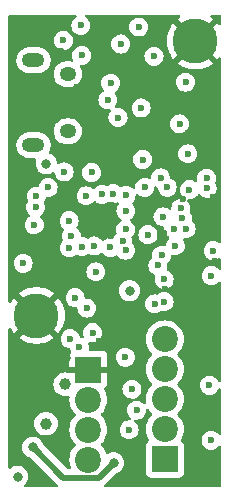
<source format=gbr>
%TF.GenerationSoftware,KiCad,Pcbnew,8.0.0*%
%TF.CreationDate,2024-09-27T20:32:54-07:00*%
%TF.ProjectId,lyrav3r2,6c797261-7633-4723-922e-6b696361645f,rev?*%
%TF.SameCoordinates,Original*%
%TF.FileFunction,Copper,L3,Inr*%
%TF.FilePolarity,Positive*%
%FSLAX46Y46*%
G04 Gerber Fmt 4.6, Leading zero omitted, Abs format (unit mm)*
G04 Created by KiCad (PCBNEW 8.0.0) date 2024-09-27 20:32:54*
%MOMM*%
%LPD*%
G01*
G04 APERTURE LIST*
%TA.AperFunction,ComponentPad*%
%ADD10R,2.200000X2.200000*%
%TD*%
%TA.AperFunction,ComponentPad*%
%ADD11C,2.200000*%
%TD*%
%TA.AperFunction,ComponentPad*%
%ADD12C,3.800000*%
%TD*%
%TA.AperFunction,ComponentPad*%
%ADD13O,1.400000X1.200000*%
%TD*%
%TA.AperFunction,ComponentPad*%
%ADD14O,1.900000X1.200000*%
%TD*%
%TA.AperFunction,ViaPad*%
%ADD15C,0.600000*%
%TD*%
%TA.AperFunction,ViaPad*%
%ADD16C,0.800000*%
%TD*%
%TA.AperFunction,ViaPad*%
%ADD17C,1.000000*%
%TD*%
%TA.AperFunction,Conductor*%
%ADD18C,0.500000*%
%TD*%
G04 APERTURE END LIST*
D10*
%TO.N,+BATT*%
%TO.C,J6*%
X13240600Y2356200D03*
D11*
%TO.N,/P4-*%
X13240600Y4896200D03*
%TO.N,/P3-*%
X13240600Y7436200D03*
%TO.N,/P2-*%
X13240600Y9976200D03*
%TO.N,/P1-*%
X13240600Y12516200D03*
%TD*%
D12*
%TO.N,GND*%
%TO.C,H1*%
X15831400Y37763800D03*
%TD*%
D10*
%TO.N,GND*%
%TO.C,J2*%
X6763600Y9950800D03*
D11*
%TO.N,/BATT RAW*%
X6763600Y7410800D03*
X6763600Y4870800D03*
%TO.N,/BATT POSTSW*%
X6763600Y2330800D03*
%TD*%
D12*
%TO.N,GND*%
%TO.C,H2*%
X2369400Y14527100D03*
%TD*%
D13*
%TO.N,unconnected-(J7-Shield-Pad6)*%
%TO.C,J7*%
X5022900Y34951200D03*
%TO.N,N/C*%
X5022900Y30111200D03*
D14*
X2122900Y28931200D03*
X2122900Y36131200D03*
%TD*%
D15*
%TO.N,/BUZZER*%
X9964000Y24708200D03*
%TO.N,+3V3*%
X5336798Y21253800D03*
%TO.N,GND*%
X15170598Y29966000D03*
%TO.N,/QSPI_SS*%
X14993200Y34284000D03*
X14485200Y30753400D03*
%TO.N,/QSPI_SD1*%
X11234000Y32099600D03*
X11361000Y27730800D03*
%TO.N,/QSPI_SCLK*%
X9278200Y31286800D03*
X8846400Y24835200D03*
%TO.N,/QSPI_SD3*%
X8414600Y32785400D03*
X7940905Y24779594D03*
%TO.N,+3V3*%
X6128600Y39084600D03*
%TO.N,GND*%
X12986600Y38475000D03*
%TO.N,+3V3*%
X9506800Y37513000D03*
%TO.N,GND*%
X5798400Y33877600D03*
%TO.N,+3V3*%
X8660488Y34185400D03*
%TO.N,/BOOTSEL*%
X12326200Y36468400D03*
%TO.N,GND*%
X4462146Y36884746D03*
%TO.N,+3V3*%
X11030800Y38955000D03*
%TO.N,GND*%
X9202000Y38923000D03*
X7666819Y37696931D03*
%TO.N,/SDA*%
X6204800Y36544600D03*
%TO.N,/SCL*%
X4655400Y37814600D03*
%TO.N,/SDA*%
X13439253Y25384646D03*
%TO.N,/SCL*%
X12885000Y26181400D03*
%TO.N,GND*%
X17300000Y24524414D03*
X14790000Y24403400D03*
%TO.N,+3V3*%
X16829014Y25302541D03*
X16776655Y26151798D03*
X15172799Y28219141D03*
%TO.N,GND*%
X13903568Y27165289D03*
X15247200Y26841800D03*
X16136200Y20644200D03*
%TO.N,Net-(D3-K)*%
X13088200Y22879400D03*
%TO.N,+3V3*%
X15044000Y21863400D03*
X14728000Y22751539D03*
%TO.N,/SDA*%
X15330326Y25182364D03*
%TO.N,/SCL*%
X14600869Y23605318D03*
X14002600Y21888800D03*
%TO.N,/SDA*%
X14129600Y20441000D03*
X9948005Y23401299D03*
%TO.N,GND*%
X13201850Y21531756D03*
X15298000Y19399600D03*
%TO.N,+3V3*%
X17330000Y20009200D03*
%TO.N,GND*%
X17512346Y19127863D03*
%TO.N,+3V3*%
X17185363Y17902654D03*
X13179615Y17576004D03*
%TO.N,GND*%
X13240600Y16758000D03*
X7703400Y12389200D03*
%TO.N,Net-(D2-A)*%
X7119200Y13075000D03*
%TO.N,/BATT SENSE *%
X6001600Y11855800D03*
X5138000Y22549200D03*
%TO.N,GND*%
X2877400Y19653600D03*
%TO.N,/BRKOUT1*%
X1251800Y18942400D03*
%TO.N,+3V3*%
X3360000Y25368600D03*
%TO.N,GND*%
X2164350Y26384650D03*
X1124800Y27807000D03*
%TO.N,/BRKOUT4*%
X2369400Y24632000D03*
%TO.N,/BRKOUT2*%
X2186421Y22217982D03*
%TO.N,/BRKOUT3*%
X2293200Y23692200D03*
%TO.N,/RUN*%
X6636600Y15157800D03*
%TO.N,/SWCLK*%
X6255600Y20364800D03*
%TO.N,/SWD*%
X5163400Y20263200D03*
%TO.N,/P4 EN *%
X17154200Y3956400D03*
%TO.N,/P3 EN *%
X17022599Y8622300D03*
%TO.N,/P4 EN *%
X9913200Y21812600D03*
%TO.N,/P3 EN *%
X12973426Y19616624D03*
%TO.N,/P2 EN *%
X12656400Y18764600D03*
X13189800Y15691200D03*
%TO.N,GND*%
X9479400Y6572600D03*
X9479400Y8757000D03*
%TO.N,/P3 CONT *%
X10844401Y6513201D03*
%TO.N,/P4 CONT *%
X12377000Y15513400D03*
X10218000Y4845400D03*
%TO.N,/P1 EN *%
X9899000Y10992200D03*
%TO.N,/P2 CONT *%
X10457800Y8294242D03*
X9659200Y20822000D03*
%TO.N,/P3 CONT *%
X9913200Y20060000D03*
%TO.N,/P1 EN *%
X8641510Y20301980D03*
%TO.N,+3V3*%
X11813713Y21375033D03*
%TO.N,GND*%
X8719400Y21228400D03*
X8744800Y23870000D03*
X12421764Y24437991D03*
%TO.N,+3V3*%
X11538800Y25368600D03*
%TO.N,GND*%
X7525600Y28086200D03*
X4934800Y28111600D03*
%TO.N,+3V3*%
X4712867Y26682713D03*
X7043000Y26638600D03*
%TO.N,+1V1*%
X6585800Y24661802D03*
X7271600Y20415600D03*
%TO.N,+3V3*%
X7403100Y18217428D03*
%TO.N,GND*%
X7043000Y16966400D03*
%TO.N,+3V3*%
X5646000Y16037398D03*
X5239600Y12567000D03*
D16*
%TO.N,GND*%
X9040237Y15583049D03*
%TO.N,+3V3*%
X10258314Y16627714D03*
%TO.N,VBUS*%
X769200Y883000D03*
X3207600Y27375200D03*
%TO.N,Net-(D1-K)*%
X2064600Y3372200D03*
X8897200Y2051400D03*
%TO.N,GND*%
X4985600Y5810600D03*
D17*
%TO.N,+3V3*%
X4807800Y8706200D03*
D16*
%TO.N,GND*%
X4909400Y10969400D03*
X1845902Y9072000D03*
X674050Y6934650D03*
X17355400Y12516200D03*
X15983800Y9646000D03*
X15856800Y6547200D03*
X15882200Y1391000D03*
D17*
%TO.N,+BATT*%
X3182200Y5378800D03*
%TD*%
D18*
%TO.N,Net-(D1-K)*%
X7626600Y780800D02*
X4656000Y780800D01*
X8897200Y2051400D02*
X7626600Y780800D01*
X4656000Y780800D02*
X2064600Y3372200D01*
%TD*%
%TA.AperFunction,Conductor*%
%TO.N,GND*%
G36*
X5717467Y39980315D02*
G01*
X5763222Y39927511D01*
X5773166Y39858353D01*
X5744141Y39794797D01*
X5716400Y39771006D01*
X5626337Y39714416D01*
X5498784Y39586863D01*
X5402811Y39434124D01*
X5343231Y39263855D01*
X5343230Y39263850D01*
X5323035Y39084604D01*
X5323035Y39084597D01*
X5343230Y38905351D01*
X5343231Y38905346D01*
X5402811Y38735077D01*
X5421959Y38704604D01*
X5498784Y38582338D01*
X5626338Y38454784D01*
X5642839Y38444416D01*
X5774255Y38361841D01*
X5779078Y38358811D01*
X5949345Y38299232D01*
X5949350Y38299231D01*
X6128596Y38279035D01*
X6128600Y38279035D01*
X6128604Y38279035D01*
X6307849Y38299231D01*
X6307852Y38299232D01*
X6307855Y38299232D01*
X6478122Y38358811D01*
X6630862Y38454784D01*
X6758416Y38582338D01*
X6854389Y38735078D01*
X6913968Y38905345D01*
X6913969Y38905351D01*
X6919563Y38954997D01*
X10225235Y38954997D01*
X10245430Y38775751D01*
X10245431Y38775746D01*
X10305011Y38605477D01*
X10399698Y38454785D01*
X10400984Y38452738D01*
X10528538Y38325184D01*
X10601984Y38279035D01*
X10666034Y38238789D01*
X10681278Y38229211D01*
X10851545Y38169632D01*
X10851550Y38169631D01*
X11030796Y38149435D01*
X11030800Y38149435D01*
X11030804Y38149435D01*
X11210049Y38169631D01*
X11210052Y38169632D01*
X11210055Y38169632D01*
X11380322Y38229211D01*
X11533062Y38325184D01*
X11660616Y38452738D01*
X11756589Y38605478D01*
X11816168Y38775745D01*
X11817009Y38783210D01*
X11836365Y38954997D01*
X11836365Y38955004D01*
X11816169Y39134250D01*
X11816168Y39134255D01*
X11802166Y39174271D01*
X11756589Y39304522D01*
X11660616Y39457262D01*
X11533062Y39584816D01*
X11529804Y39586863D01*
X11380323Y39680789D01*
X11210054Y39740369D01*
X11210049Y39740370D01*
X11099899Y39752780D01*
X11035485Y39779846D01*
X11030212Y39787524D01*
X10982753Y39757023D01*
X10961701Y39752780D01*
X10851550Y39740370D01*
X10851545Y39740369D01*
X10681276Y39680789D01*
X10528537Y39584816D01*
X10400984Y39457263D01*
X10305011Y39304524D01*
X10245431Y39134255D01*
X10245430Y39134250D01*
X10225235Y38955004D01*
X10225235Y38954997D01*
X6919563Y38954997D01*
X6934165Y39084597D01*
X6934165Y39084604D01*
X6913969Y39263850D01*
X6913968Y39263855D01*
X6854388Y39434124D01*
X6815182Y39496520D01*
X6758416Y39586862D01*
X6630862Y39714416D01*
X6589558Y39740369D01*
X6540800Y39771006D01*
X6494509Y39823341D01*
X6483861Y39892395D01*
X6512236Y39956243D01*
X6570626Y39994615D01*
X6606772Y40000000D01*
X10947818Y40000000D01*
X11014857Y39980315D01*
X11028311Y39964788D01*
X11029750Y39967184D01*
X11092388Y39998140D01*
X11113782Y40000000D01*
X14444509Y40000000D01*
X14511548Y39980315D01*
X14557303Y39927511D01*
X14567247Y39858353D01*
X14538222Y39794797D01*
X14517394Y39775682D01*
X14317965Y39630790D01*
X14317964Y39630789D01*
X15248662Y38700091D01*
X15114798Y38602833D01*
X14992367Y38480402D01*
X14895109Y38346538D01*
X13966711Y39274936D01*
X13885920Y39177275D01*
X13885918Y39177272D01*
X13724107Y38922298D01*
X13724104Y38922292D01*
X13595527Y38649053D01*
X13595525Y38649048D01*
X13502205Y38361841D01*
X13445616Y38065191D01*
X13445615Y38065184D01*
X13426655Y37763806D01*
X13426655Y37763795D01*
X13445615Y37462417D01*
X13445616Y37462410D01*
X13502205Y37165760D01*
X13595525Y36878553D01*
X13595527Y36878548D01*
X13724104Y36605309D01*
X13724107Y36605303D01*
X13885916Y36350331D01*
X13966711Y36252667D01*
X14895108Y37181064D01*
X14992367Y37047198D01*
X15114798Y36924767D01*
X15248662Y36827510D01*
X14317964Y35896813D01*
X14317965Y35896811D01*
X14542861Y35733415D01*
X14542879Y35733403D01*
X14807509Y35587922D01*
X14807517Y35587918D01*
X15088289Y35476753D01*
X15088292Y35476752D01*
X15380799Y35401650D01*
X15680395Y35363801D01*
X15680407Y35363800D01*
X15982393Y35363800D01*
X15982404Y35363801D01*
X16282000Y35401650D01*
X16574507Y35476752D01*
X16574510Y35476753D01*
X16855282Y35587918D01*
X16855290Y35587922D01*
X17119920Y35733403D01*
X17119930Y35733410D01*
X17344833Y35896813D01*
X17344834Y35896813D01*
X16414137Y36827510D01*
X16548002Y36924767D01*
X16670433Y37047198D01*
X16767690Y37181063D01*
X17696087Y36252666D01*
X17779363Y36353329D01*
X17780501Y36352388D01*
X17830989Y36391335D01*
X17900602Y36397328D01*
X17962403Y36364734D01*
X17996772Y36303902D01*
X18000000Y36275793D01*
X18000000Y20757981D01*
X17980315Y20690942D01*
X17927511Y20645187D01*
X17858353Y20635243D01*
X17810028Y20652987D01*
X17679523Y20734989D01*
X17509254Y20794569D01*
X17509249Y20794570D01*
X17330004Y20814765D01*
X17329996Y20814765D01*
X17150750Y20794570D01*
X17150745Y20794569D01*
X16980476Y20734989D01*
X16827737Y20639016D01*
X16700184Y20511463D01*
X16604211Y20358724D01*
X16544631Y20188455D01*
X16544630Y20188450D01*
X16524435Y20009204D01*
X16524435Y20009197D01*
X16544630Y19829951D01*
X16544631Y19829946D01*
X16604211Y19659677D01*
X16694105Y19516612D01*
X16700184Y19506938D01*
X16827738Y19379384D01*
X16849973Y19365413D01*
X16980474Y19283413D01*
X16980478Y19283411D01*
X17046183Y19260420D01*
X17150745Y19223832D01*
X17150750Y19223831D01*
X17329996Y19203635D01*
X17330000Y19203635D01*
X17330004Y19203635D01*
X17509249Y19223831D01*
X17509252Y19223832D01*
X17509255Y19223832D01*
X17679522Y19283411D01*
X17679524Y19283413D01*
X17679526Y19283413D01*
X17810028Y19365413D01*
X17877264Y19384414D01*
X17944099Y19364047D01*
X17989314Y19310779D01*
X18000000Y19260420D01*
X18000000Y18519457D01*
X17980315Y18452418D01*
X17927511Y18406663D01*
X17858353Y18396719D01*
X17794797Y18425744D01*
X17788319Y18431776D01*
X17687625Y18532470D01*
X17534886Y18628443D01*
X17364617Y18688023D01*
X17364612Y18688024D01*
X17185367Y18708219D01*
X17185359Y18708219D01*
X17006113Y18688024D01*
X17006108Y18688023D01*
X16835839Y18628443D01*
X16683100Y18532470D01*
X16555547Y18404917D01*
X16459574Y18252178D01*
X16399994Y18081909D01*
X16399993Y18081904D01*
X16379798Y17902658D01*
X16379798Y17902651D01*
X16399993Y17723405D01*
X16399994Y17723400D01*
X16459574Y17553131D01*
X16535649Y17432060D01*
X16555547Y17400392D01*
X16683101Y17272838D01*
X16835841Y17176865D01*
X17006108Y17117286D01*
X17006113Y17117285D01*
X17185359Y17097089D01*
X17185363Y17097089D01*
X17185367Y17097089D01*
X17364612Y17117285D01*
X17364615Y17117286D01*
X17364618Y17117286D01*
X17534885Y17176865D01*
X17687625Y17272838D01*
X17788319Y17373532D01*
X17849642Y17407017D01*
X17919334Y17402033D01*
X17975267Y17360161D01*
X17999684Y17294697D01*
X18000000Y17285851D01*
X18000000Y8982570D01*
X17980315Y8915531D01*
X17927511Y8869776D01*
X17858353Y8859832D01*
X17794797Y8888857D01*
X17758959Y8941615D01*
X17748389Y8971820D01*
X17748388Y8971822D01*
X17652415Y9124562D01*
X17524861Y9252116D01*
X17504770Y9264740D01*
X17372122Y9348089D01*
X17201853Y9407669D01*
X17201848Y9407670D01*
X17022603Y9427865D01*
X17022595Y9427865D01*
X16843349Y9407670D01*
X16843344Y9407669D01*
X16673075Y9348089D01*
X16520336Y9252116D01*
X16392783Y9124563D01*
X16296810Y8971824D01*
X16237230Y8801555D01*
X16237229Y8801550D01*
X16217034Y8622304D01*
X16217034Y8622297D01*
X16237229Y8443051D01*
X16237230Y8443046D01*
X16296810Y8272777D01*
X16364494Y8165060D01*
X16392783Y8120038D01*
X16520337Y7992484D01*
X16610679Y7935718D01*
X16656525Y7906911D01*
X16673077Y7896511D01*
X16748021Y7870287D01*
X16843344Y7836932D01*
X16843349Y7836931D01*
X17022595Y7816735D01*
X17022599Y7816735D01*
X17022603Y7816735D01*
X17201848Y7836931D01*
X17201851Y7836932D01*
X17201854Y7836932D01*
X17372121Y7896511D01*
X17524861Y7992484D01*
X17652415Y8120038D01*
X17748388Y8272778D01*
X17758958Y8302985D01*
X17799680Y8359761D01*
X17864632Y8385509D01*
X17933194Y8372053D01*
X17983597Y8323666D01*
X18000000Y8262031D01*
X18000000Y4542040D01*
X17980315Y4475001D01*
X17927511Y4429246D01*
X17858353Y4419302D01*
X17794797Y4448327D01*
X17788319Y4454359D01*
X17656462Y4586216D01*
X17503723Y4682189D01*
X17333454Y4741769D01*
X17333449Y4741770D01*
X17154204Y4761965D01*
X17154196Y4761965D01*
X16974950Y4741770D01*
X16974945Y4741769D01*
X16804676Y4682189D01*
X16651937Y4586216D01*
X16524384Y4458663D01*
X16428411Y4305924D01*
X16368831Y4135655D01*
X16368830Y4135650D01*
X16348635Y3956404D01*
X16348635Y3956397D01*
X16368830Y3777151D01*
X16368831Y3777146D01*
X16428411Y3606877D01*
X16521680Y3458441D01*
X16524384Y3454138D01*
X16651938Y3326584D01*
X16804678Y3230611D01*
X16938045Y3183944D01*
X16974945Y3171032D01*
X16974950Y3171031D01*
X17154196Y3150835D01*
X17154200Y3150835D01*
X17154204Y3150835D01*
X17333449Y3171031D01*
X17333452Y3171032D01*
X17333455Y3171032D01*
X17503722Y3230611D01*
X17656462Y3326584D01*
X17784016Y3454138D01*
X17784016Y3454139D01*
X17788319Y3458441D01*
X17849642Y3491926D01*
X17919334Y3486942D01*
X17975267Y3445070D01*
X17999684Y3379606D01*
X18000000Y3370760D01*
X18000000Y124000D01*
X17980315Y56961D01*
X17927511Y11206D01*
X17876000Y0D01*
X8206530Y0D01*
X8139491Y19685D01*
X8093736Y72489D01*
X8083792Y141647D01*
X8112817Y205203D01*
X8118849Y211681D01*
X8257954Y350786D01*
X9049971Y1142805D01*
X9111292Y1176288D01*
X9111648Y1176366D01*
X9177003Y1190256D01*
X9349930Y1267249D01*
X9503071Y1378512D01*
X9629733Y1519184D01*
X9724379Y1683116D01*
X9782874Y1863144D01*
X9802660Y2051400D01*
X9782874Y2239656D01*
X9724379Y2419684D01*
X9629733Y2583616D01*
X9503071Y2724288D01*
X9503070Y2724289D01*
X9349934Y2835549D01*
X9349929Y2835552D01*
X9177007Y2912543D01*
X9177002Y2912545D01*
X9031201Y2943535D01*
X8991846Y2951900D01*
X8802554Y2951900D01*
X8770097Y2945002D01*
X8617397Y2912545D01*
X8617392Y2912543D01*
X8444472Y2835553D01*
X8439754Y2832828D01*
X8371853Y2816358D01*
X8305827Y2839212D01*
X8263196Y2892765D01*
X8194068Y3059656D01*
X8194066Y3059659D01*
X8062439Y3274454D01*
X8062438Y3274457D01*
X7898824Y3466024D01*
X7874332Y3486942D01*
X7851419Y3506511D01*
X7813227Y3565016D01*
X7812728Y3634884D01*
X7850082Y3693930D01*
X7851356Y3695036D01*
X7898824Y3735576D01*
X8062436Y3927141D01*
X8194066Y4141941D01*
X8290473Y4374689D01*
X8349283Y4619652D01*
X8367050Y4845397D01*
X9412435Y4845397D01*
X9432630Y4666151D01*
X9432631Y4666146D01*
X9492211Y4495877D01*
X9568359Y4374689D01*
X9588184Y4343138D01*
X9715738Y4215584D01*
X9868478Y4119611D01*
X10038745Y4060032D01*
X10038750Y4060031D01*
X10217996Y4039835D01*
X10218000Y4039835D01*
X10218004Y4039835D01*
X10397249Y4060031D01*
X10397252Y4060032D01*
X10397255Y4060032D01*
X10567522Y4119611D01*
X10720262Y4215584D01*
X10847816Y4343138D01*
X10943789Y4495878D01*
X11003368Y4666145D01*
X11011889Y4741770D01*
X11023565Y4845397D01*
X11023565Y4845404D01*
X11003369Y5024650D01*
X11003368Y5024655D01*
X10943788Y5194924D01*
X10847815Y5347663D01*
X10720262Y5475216D01*
X10720257Y5475220D01*
X10702428Y5486423D01*
X10656138Y5538758D01*
X10645491Y5607812D01*
X10673867Y5671660D01*
X10732258Y5710030D01*
X10782284Y5714635D01*
X10832941Y5708928D01*
X10844400Y5707636D01*
X10844401Y5707636D01*
X10844405Y5707636D01*
X11023650Y5727832D01*
X11023653Y5727833D01*
X11023656Y5727833D01*
X11193923Y5787412D01*
X11346663Y5883385D01*
X11474217Y6010939D01*
X11570190Y6163679D01*
X11629769Y6333946D01*
X11649966Y6513201D01*
X11649520Y6517155D01*
X11649966Y6519698D01*
X11649966Y6520165D01*
X11650048Y6520165D01*
X11661572Y6585974D01*
X11708918Y6637355D01*
X11776527Y6654983D01*
X11842934Y6633260D01*
X11878467Y6595831D01*
X11941760Y6492547D01*
X11941761Y6492544D01*
X11997204Y6427629D01*
X12105376Y6300976D01*
X12152778Y6260491D01*
X12152779Y6260490D01*
X12190972Y6201983D01*
X12191470Y6132115D01*
X12154116Y6073069D01*
X12152779Y6071910D01*
X12105376Y6031424D01*
X11941761Y5839857D01*
X11941760Y5839854D01*
X11810133Y5625060D01*
X11713726Y5392311D01*
X11654917Y5147352D01*
X11635151Y4896200D01*
X11654917Y4645049D01*
X11713726Y4400090D01*
X11810133Y4167341D01*
X11891120Y4035184D01*
X11909365Y3967738D01*
X11888249Y3901136D01*
X11859705Y3871128D01*
X11783052Y3813745D01*
X11696806Y3698536D01*
X11696802Y3698529D01*
X11646508Y3563683D01*
X11640362Y3506510D01*
X11640101Y3504077D01*
X11640100Y3504065D01*
X11640100Y1208330D01*
X11640101Y1208324D01*
X11646508Y1148717D01*
X11696802Y1013872D01*
X11696806Y1013865D01*
X11783052Y898656D01*
X11783055Y898653D01*
X11898264Y812407D01*
X11898271Y812403D01*
X12033117Y762109D01*
X12033116Y762109D01*
X12040044Y761365D01*
X12092727Y755700D01*
X14388472Y755701D01*
X14448083Y762109D01*
X14582931Y812404D01*
X14698146Y898654D01*
X14784396Y1013869D01*
X14834691Y1148717D01*
X14841100Y1208327D01*
X14841099Y3504072D01*
X14835038Y3560456D01*
X14834691Y3563684D01*
X14784397Y3698529D01*
X14784393Y3698536D01*
X14698147Y3813745D01*
X14621494Y3871128D01*
X14579624Y3927062D01*
X14574640Y3996754D01*
X14590076Y4035179D01*
X14671066Y4167341D01*
X14767473Y4400089D01*
X14826283Y4645052D01*
X14846049Y4896200D01*
X14826283Y5147348D01*
X14767473Y5392311D01*
X14691830Y5574930D01*
X14671066Y5625060D01*
X14539439Y5839854D01*
X14539438Y5839857D01*
X14375824Y6031424D01*
X14328419Y6071911D01*
X14290227Y6130416D01*
X14289728Y6200284D01*
X14327082Y6259330D01*
X14328356Y6260436D01*
X14375824Y6300976D01*
X14539436Y6492541D01*
X14671066Y6707341D01*
X14767473Y6940089D01*
X14826283Y7185052D01*
X14846049Y7436200D01*
X14826283Y7687348D01*
X14767473Y7932311D01*
X14741375Y7995317D01*
X14671066Y8165060D01*
X14551752Y8359761D01*
X14539438Y8379855D01*
X14539438Y8379857D01*
X14375824Y8571424D01*
X14328419Y8611911D01*
X14290227Y8670416D01*
X14289728Y8740284D01*
X14327082Y8799330D01*
X14328356Y8800436D01*
X14375824Y8840976D01*
X14539436Y9032541D01*
X14671066Y9247341D01*
X14767473Y9480089D01*
X14826283Y9725052D01*
X14846049Y9976200D01*
X14826283Y10227348D01*
X14767473Y10472311D01*
X14755673Y10500800D01*
X14671066Y10705060D01*
X14539439Y10919854D01*
X14539438Y10919857D01*
X14375824Y11111424D01*
X14354061Y11130011D01*
X14328419Y11151911D01*
X14290227Y11210416D01*
X14289728Y11280284D01*
X14327082Y11339330D01*
X14328356Y11340436D01*
X14375824Y11380976D01*
X14539436Y11572541D01*
X14671066Y11787341D01*
X14767473Y12020089D01*
X14826283Y12265052D01*
X14846049Y12516200D01*
X14826283Y12767348D01*
X14767473Y13012311D01*
X14741508Y13074997D01*
X14671066Y13245060D01*
X14539439Y13459854D01*
X14539438Y13459857D01*
X14439163Y13577263D01*
X14375824Y13651424D01*
X14200940Y13800789D01*
X14184256Y13815039D01*
X14184253Y13815040D01*
X13969459Y13946667D01*
X13736710Y14043074D01*
X13491751Y14101883D01*
X13240600Y14121649D01*
X12989448Y14101883D01*
X12744489Y14043074D01*
X12511740Y13946667D01*
X12296946Y13815040D01*
X12296943Y13815039D01*
X12105376Y13651424D01*
X11941761Y13459857D01*
X11941760Y13459854D01*
X11810133Y13245060D01*
X11713726Y13012311D01*
X11654917Y12767352D01*
X11635151Y12516200D01*
X11654917Y12265049D01*
X11713726Y12020090D01*
X11810133Y11787341D01*
X11941760Y11572547D01*
X11941761Y11572544D01*
X11965801Y11544397D01*
X12105376Y11380976D01*
X12152778Y11340491D01*
X12152779Y11340490D01*
X12190972Y11281983D01*
X12191470Y11212115D01*
X12154116Y11153069D01*
X12152779Y11151910D01*
X12105376Y11111424D01*
X11941761Y10919857D01*
X11941760Y10919854D01*
X11810133Y10705060D01*
X11713726Y10472311D01*
X11654917Y10227352D01*
X11635151Y9976200D01*
X11654917Y9725049D01*
X11713726Y9480090D01*
X11810133Y9247341D01*
X11941760Y9032547D01*
X11941761Y9032544D01*
X11972560Y8996483D01*
X12105376Y8840976D01*
X12149872Y8802973D01*
X12152779Y8800490D01*
X12190972Y8741983D01*
X12191470Y8672115D01*
X12154116Y8613069D01*
X12152779Y8611910D01*
X12105376Y8571424D01*
X11941761Y8379857D01*
X11941760Y8379854D01*
X11810133Y8165060D01*
X11713726Y7932311D01*
X11654917Y7687352D01*
X11639401Y7490202D01*
X11635151Y7436200D01*
X11654917Y7185052D01*
X11654918Y7185049D01*
X11654918Y7185048D01*
X11654918Y7185047D01*
X11662943Y7151619D01*
X11659452Y7081836D01*
X11618787Y7025019D01*
X11553860Y6999207D01*
X11485285Y7012594D01*
X11454688Y7034992D01*
X11346663Y7143017D01*
X11193924Y7238990D01*
X11023655Y7298570D01*
X11023650Y7298571D01*
X10844405Y7318766D01*
X10844403Y7318766D01*
X10844401Y7318766D01*
X10830866Y7317241D01*
X10762045Y7329297D01*
X10710666Y7376647D01*
X10693043Y7444258D01*
X10714771Y7510664D01*
X10768951Y7554780D01*
X10776032Y7557504D01*
X10807320Y7568452D01*
X10807322Y7568453D01*
X10960062Y7664426D01*
X11087616Y7791980D01*
X11183589Y7944720D01*
X11243168Y8114987D01*
X11245948Y8139660D01*
X11263365Y8294239D01*
X11263365Y8294246D01*
X11243169Y8473492D01*
X11243168Y8473497D01*
X11195856Y8608707D01*
X11183589Y8643764D01*
X11166842Y8670416D01*
X11087615Y8796505D01*
X10960062Y8924058D01*
X10807323Y9020031D01*
X10637054Y9079611D01*
X10637049Y9079612D01*
X10457804Y9099807D01*
X10457796Y9099807D01*
X10278550Y9079612D01*
X10278545Y9079611D01*
X10108276Y9020031D01*
X9955537Y8924058D01*
X9827984Y8796505D01*
X9732011Y8643766D01*
X9672431Y8473497D01*
X9672430Y8473492D01*
X9652235Y8294246D01*
X9652235Y8294239D01*
X9672430Y8114993D01*
X9672431Y8114988D01*
X9732011Y7944719D01*
X9778780Y7870287D01*
X9827984Y7791980D01*
X9955538Y7664426D01*
X9959482Y7661948D01*
X10066765Y7594537D01*
X10108278Y7568453D01*
X10273429Y7510664D01*
X10278545Y7508874D01*
X10278550Y7508873D01*
X10457796Y7488677D01*
X10457797Y7488677D01*
X10457798Y7488678D01*
X10457800Y7488677D01*
X10471330Y7490202D01*
X10540149Y7478149D01*
X10591530Y7430802D01*
X10609157Y7363193D01*
X10587433Y7296786D01*
X10533255Y7252666D01*
X10526172Y7249941D01*
X10494879Y7238991D01*
X10342138Y7143017D01*
X10214585Y7015464D01*
X10118612Y6862725D01*
X10059032Y6692456D01*
X10059031Y6692451D01*
X10038836Y6513205D01*
X10038836Y6513198D01*
X10059031Y6333952D01*
X10059032Y6333947D01*
X10118612Y6163678D01*
X10214585Y6010939D01*
X10342138Y5883386D01*
X10342141Y5883384D01*
X10359971Y5872180D01*
X10406262Y5819845D01*
X10416909Y5750792D01*
X10388534Y5686943D01*
X10330143Y5648572D01*
X10280115Y5643967D01*
X10218004Y5650965D01*
X10217996Y5650965D01*
X10038750Y5630770D01*
X10038745Y5630769D01*
X9868476Y5571189D01*
X9715737Y5475216D01*
X9588184Y5347663D01*
X9492211Y5194924D01*
X9432631Y5024655D01*
X9432630Y5024650D01*
X9412435Y4845404D01*
X9412435Y4845397D01*
X8367050Y4845397D01*
X8369049Y4870800D01*
X8349283Y5121948D01*
X8290473Y5366911D01*
X8204309Y5574930D01*
X8194066Y5599660D01*
X8062439Y5814454D01*
X8062438Y5814457D01*
X7898824Y6006024D01*
X7869084Y6031424D01*
X7851419Y6046511D01*
X7813227Y6105016D01*
X7812728Y6174884D01*
X7850082Y6233930D01*
X7851356Y6235036D01*
X7898824Y6275576D01*
X8062436Y6467141D01*
X8194066Y6681941D01*
X8290473Y6914689D01*
X8349283Y7159652D01*
X8369049Y7410800D01*
X8349283Y7661948D01*
X8290473Y7906911D01*
X8279952Y7932311D01*
X8194066Y8139660D01*
X8112817Y8272245D01*
X8094572Y8339690D01*
X8115688Y8406293D01*
X8144233Y8436302D01*
X8220790Y8493614D01*
X8306950Y8608707D01*
X8306954Y8608714D01*
X8357196Y8743421D01*
X8357198Y8743428D01*
X8363599Y8802956D01*
X8363600Y8802973D01*
X8363600Y9700800D01*
X7254348Y9700800D01*
X7276118Y9738508D01*
X7313600Y9878391D01*
X7313600Y10023209D01*
X7276118Y10163092D01*
X7254348Y10200800D01*
X8363600Y10200800D01*
X8363600Y10992197D01*
X9093435Y10992197D01*
X9113630Y10812951D01*
X9113631Y10812946D01*
X9173211Y10642677D01*
X9262359Y10500800D01*
X9269184Y10489938D01*
X9396738Y10362384D01*
X9549478Y10266411D01*
X9661114Y10227348D01*
X9719745Y10206832D01*
X9719750Y10206831D01*
X9898996Y10186635D01*
X9899000Y10186635D01*
X9899004Y10186635D01*
X10078249Y10206831D01*
X10078252Y10206832D01*
X10078255Y10206832D01*
X10248522Y10266411D01*
X10401262Y10362384D01*
X10528816Y10489938D01*
X10624789Y10642678D01*
X10684368Y10812945D01*
X10696414Y10919857D01*
X10704565Y10992197D01*
X10704565Y10992204D01*
X10684369Y11171450D01*
X10684368Y11171455D01*
X10665287Y11225984D01*
X10624789Y11341722D01*
X10600123Y11380977D01*
X10528815Y11494463D01*
X10401262Y11622016D01*
X10248523Y11717989D01*
X10078254Y11777569D01*
X10078249Y11777570D01*
X9899004Y11797765D01*
X9898996Y11797765D01*
X9719750Y11777570D01*
X9719745Y11777569D01*
X9549476Y11717989D01*
X9396737Y11622016D01*
X9269184Y11494463D01*
X9173211Y11341724D01*
X9113631Y11171455D01*
X9113630Y11171450D01*
X9093435Y10992204D01*
X9093435Y10992197D01*
X8363600Y10992197D01*
X8363600Y11098628D01*
X8363599Y11098645D01*
X8357198Y11158173D01*
X8357196Y11158180D01*
X8306954Y11292887D01*
X8306950Y11292894D01*
X8220790Y11407988D01*
X8220787Y11407991D01*
X8105693Y11494151D01*
X8105686Y11494155D01*
X7970979Y11544397D01*
X7970972Y11544399D01*
X7911444Y11550800D01*
X6911556Y11550800D01*
X6844517Y11570485D01*
X6798762Y11623289D01*
X6788336Y11688683D01*
X6807165Y11855797D01*
X6807165Y11855804D01*
X6786969Y12035050D01*
X6786966Y12035063D01*
X6749159Y12143109D01*
X6745597Y12212888D01*
X6780325Y12273515D01*
X6842319Y12305743D01*
X6907155Y12301105D01*
X6939937Y12289634D01*
X6939943Y12289633D01*
X6939945Y12289632D01*
X6939946Y12289632D01*
X6939950Y12289631D01*
X7119196Y12269435D01*
X7119200Y12269435D01*
X7119204Y12269435D01*
X7298449Y12289631D01*
X7298452Y12289632D01*
X7298455Y12289632D01*
X7468722Y12349211D01*
X7621462Y12445184D01*
X7749016Y12572738D01*
X7844989Y12725478D01*
X7904568Y12895745D01*
X7906909Y12916522D01*
X7924765Y13074997D01*
X7924765Y13075004D01*
X7904569Y13254250D01*
X7904568Y13254255D01*
X7863764Y13370865D01*
X7844989Y13424522D01*
X7822788Y13459854D01*
X7749015Y13577263D01*
X7621462Y13704816D01*
X7468723Y13800789D01*
X7298454Y13860369D01*
X7298449Y13860370D01*
X7119204Y13880565D01*
X7119196Y13880565D01*
X6939950Y13860370D01*
X6939945Y13860369D01*
X6769676Y13800789D01*
X6616937Y13704816D01*
X6489384Y13577263D01*
X6393411Y13424524D01*
X6333831Y13254255D01*
X6333830Y13254250D01*
X6313635Y13075004D01*
X6313635Y13074997D01*
X6333830Y12895751D01*
X6333832Y12895743D01*
X6371641Y12787690D01*
X6375202Y12717911D01*
X6340473Y12657284D01*
X6278479Y12625057D01*
X6213646Y12629694D01*
X6180855Y12641168D01*
X6180854Y12641169D01*
X6180849Y12641170D01*
X6132901Y12646572D01*
X6068487Y12673639D01*
X6028932Y12731234D01*
X6025893Y12742203D01*
X6024968Y12746253D01*
X6024968Y12746255D01*
X5965389Y12916522D01*
X5869416Y13069262D01*
X5741862Y13196816D01*
X5665084Y13245059D01*
X5589123Y13292789D01*
X5418854Y13352369D01*
X5418849Y13352370D01*
X5239604Y13372565D01*
X5239596Y13372565D01*
X5060350Y13352370D01*
X5060345Y13352369D01*
X4890076Y13292789D01*
X4737337Y13196816D01*
X4609784Y13069263D01*
X4513811Y12916524D01*
X4454231Y12746255D01*
X4454230Y12746250D01*
X4434035Y12567004D01*
X4434035Y12566997D01*
X4454230Y12387751D01*
X4454231Y12387746D01*
X4513811Y12217477D01*
X4570599Y12127100D01*
X4609784Y12064738D01*
X4737338Y11937184D01*
X4827680Y11880418D01*
X4866864Y11855797D01*
X4890078Y11841211D01*
X5014240Y11797765D01*
X5060345Y11781632D01*
X5060350Y11781631D01*
X5108296Y11776229D01*
X5172711Y11749163D01*
X5212266Y11691569D01*
X5215302Y11680617D01*
X5216230Y11676551D01*
X5275811Y11506277D01*
X5275812Y11506275D01*
X5278045Y11502721D01*
X5278785Y11500102D01*
X5278833Y11500002D01*
X5278815Y11499994D01*
X5297041Y11435484D01*
X5276671Y11368650D01*
X5272315Y11362443D01*
X5220247Y11292890D01*
X5220245Y11292887D01*
X5170003Y11158180D01*
X5170001Y11158173D01*
X5163600Y11098645D01*
X5163600Y10200800D01*
X6272852Y10200800D01*
X6251082Y10163092D01*
X6213600Y10023209D01*
X6213600Y9878391D01*
X6251082Y9738508D01*
X6272852Y9700800D01*
X5156274Y9700800D01*
X5111087Y9676127D01*
X5048736Y9678633D01*
X5003930Y9692225D01*
X4807800Y9711541D01*
X4611670Y9692225D01*
X4423066Y9635012D01*
X4249267Y9542114D01*
X4249260Y9542110D01*
X4096916Y9417084D01*
X3971890Y9264740D01*
X3971886Y9264733D01*
X3878988Y9090934D01*
X3821775Y8902330D01*
X3802459Y8706200D01*
X3821775Y8510071D01*
X3821776Y8510068D01*
X3867371Y8359761D01*
X3878988Y8321467D01*
X3971886Y8147668D01*
X3971890Y8147661D01*
X4096916Y7995317D01*
X4249260Y7870291D01*
X4249267Y7870287D01*
X4423066Y7777389D01*
X4423069Y7777389D01*
X4423073Y7777386D01*
X4611668Y7720176D01*
X4807800Y7700859D01*
X5003932Y7720176D01*
X5012997Y7722927D01*
X5082863Y7723551D01*
X5141977Y7686304D01*
X5171569Y7623010D01*
X5172612Y7594537D01*
X5158151Y7410801D01*
X5177917Y7159649D01*
X5236726Y6914690D01*
X5333133Y6681941D01*
X5464760Y6467147D01*
X5464761Y6467144D01*
X5464764Y6467141D01*
X5628376Y6275576D01*
X5647398Y6259330D01*
X5675779Y6235090D01*
X5713972Y6176583D01*
X5714470Y6106715D01*
X5677116Y6047669D01*
X5675786Y6046517D01*
X5634131Y6010939D01*
X5628376Y6006024D01*
X5464761Y5814457D01*
X5464760Y5814454D01*
X5333133Y5599660D01*
X5236726Y5366911D01*
X5177917Y5121952D01*
X5158151Y4870800D01*
X5177917Y4619649D01*
X5236726Y4374690D01*
X5333133Y4141941D01*
X5464760Y3927147D01*
X5464761Y3927144D01*
X5484173Y3904416D01*
X5628376Y3735576D01*
X5675778Y3695091D01*
X5675779Y3695090D01*
X5713972Y3636583D01*
X5714470Y3566715D01*
X5677116Y3507669D01*
X5675786Y3506517D01*
X5672930Y3504077D01*
X5628376Y3466024D01*
X5464761Y3274457D01*
X5464760Y3274454D01*
X5333133Y3059660D01*
X5236726Y2826911D01*
X5177917Y2581952D01*
X5158151Y2330800D01*
X5177917Y2079649D01*
X5236727Y1834688D01*
X5236727Y1834686D01*
X5291376Y1702752D01*
X5298845Y1633283D01*
X5267570Y1570804D01*
X5207481Y1535152D01*
X5176815Y1531300D01*
X5018230Y1531300D01*
X4951191Y1550985D01*
X4930549Y1567619D01*
X2977370Y3520798D01*
X2947121Y3570159D01*
X2912338Y3677208D01*
X2891781Y3740479D01*
X2891778Y3740485D01*
X2797133Y3904416D01*
X2670471Y4045088D01*
X2649904Y4060031D01*
X2517334Y4156349D01*
X2517329Y4156352D01*
X2344407Y4233343D01*
X2344402Y4233345D01*
X2198601Y4264335D01*
X2159246Y4272700D01*
X1969954Y4272700D01*
X1937497Y4265802D01*
X1784797Y4233345D01*
X1784792Y4233343D01*
X1611870Y4156352D01*
X1611865Y4156349D01*
X1458729Y4045089D01*
X1332066Y3904415D01*
X1237421Y3740485D01*
X1237418Y3740478D01*
X1178927Y3560460D01*
X1178926Y3560456D01*
X1159140Y3372200D01*
X1178926Y3183944D01*
X1178927Y3183941D01*
X1237418Y3003923D01*
X1237421Y3003916D01*
X1332067Y2839984D01*
X1458729Y2699312D01*
X1611865Y2588052D01*
X1611870Y2588049D01*
X1784791Y2511058D01*
X1784793Y2511058D01*
X1784797Y2511056D01*
X1849929Y2497213D01*
X1911409Y2464022D01*
X1911828Y2463604D01*
X4163751Y211681D01*
X4197236Y150358D01*
X4192252Y80666D01*
X4150380Y24733D01*
X4084916Y316D01*
X4076070Y0D01*
X1464394Y0D01*
X1397355Y19685D01*
X1351600Y72489D01*
X1341656Y141647D01*
X1370681Y205203D01*
X1372244Y206972D01*
X1389495Y226132D01*
X1501733Y350784D01*
X1596379Y514716D01*
X1654874Y694744D01*
X1674660Y883000D01*
X1654874Y1071256D01*
X1596379Y1251284D01*
X1501733Y1415216D01*
X1375071Y1555888D01*
X1354541Y1570804D01*
X1221934Y1667149D01*
X1221929Y1667152D01*
X1049007Y1744143D01*
X1049002Y1744145D01*
X903201Y1775135D01*
X863846Y1783500D01*
X674554Y1783500D01*
X642097Y1776602D01*
X489397Y1744145D01*
X489392Y1744143D01*
X316470Y1667152D01*
X316465Y1667149D01*
X196885Y1580269D01*
X131078Y1556789D01*
X63025Y1572615D01*
X14330Y1622721D01*
X0Y1680587D01*
X0Y5378800D01*
X2176859Y5378800D01*
X2196175Y5182671D01*
X2253388Y4994067D01*
X2346286Y4820268D01*
X2346290Y4820261D01*
X2471316Y4667917D01*
X2623660Y4542891D01*
X2623667Y4542887D01*
X2797466Y4449989D01*
X2797469Y4449989D01*
X2797473Y4449986D01*
X2986068Y4392776D01*
X3182200Y4373459D01*
X3378332Y4392776D01*
X3566927Y4449986D01*
X3575109Y4454359D01*
X3653832Y4496438D01*
X3740738Y4542890D01*
X3893083Y4667917D01*
X4018110Y4820262D01*
X4111014Y4994073D01*
X4168224Y5182668D01*
X4187541Y5378800D01*
X4168224Y5574932D01*
X4111014Y5763527D01*
X4111011Y5763531D01*
X4111011Y5763534D01*
X4018113Y5937333D01*
X4018109Y5937340D01*
X3893083Y6089684D01*
X3740739Y6214710D01*
X3740732Y6214714D01*
X3566933Y6307612D01*
X3566927Y6307614D01*
X3378332Y6364824D01*
X3378329Y6364825D01*
X3182200Y6384141D01*
X2986070Y6364825D01*
X2797466Y6307612D01*
X2623667Y6214714D01*
X2623660Y6214710D01*
X2471316Y6089684D01*
X2346290Y5937340D01*
X2346286Y5937333D01*
X2253388Y5763534D01*
X2196175Y5574930D01*
X2176859Y5378800D01*
X0Y5378800D01*
X0Y13370865D01*
X19685Y13437904D01*
X72489Y13483659D01*
X141647Y13493603D01*
X205203Y13464578D01*
X236199Y13423662D01*
X262109Y13368600D01*
X423916Y13113631D01*
X504711Y13015967D01*
X1433108Y13944364D01*
X1530367Y13810498D01*
X1652798Y13688067D01*
X1786662Y13590810D01*
X855964Y12660113D01*
X855965Y12660111D01*
X1080861Y12496715D01*
X1080879Y12496703D01*
X1345509Y12351222D01*
X1345517Y12351218D01*
X1626289Y12240053D01*
X1626292Y12240052D01*
X1918799Y12164950D01*
X2218395Y12127101D01*
X2218407Y12127100D01*
X2520393Y12127100D01*
X2520404Y12127101D01*
X2820000Y12164950D01*
X3112507Y12240052D01*
X3112510Y12240053D01*
X3393282Y12351218D01*
X3393290Y12351222D01*
X3657920Y12496703D01*
X3657930Y12496710D01*
X3882833Y12660113D01*
X3882834Y12660113D01*
X2952137Y13590810D01*
X3086002Y13688067D01*
X3208433Y13810498D01*
X3305690Y13944363D01*
X4234087Y13015966D01*
X4314886Y13113636D01*
X4476692Y13368603D01*
X4476695Y13368609D01*
X4605272Y13641848D01*
X4605274Y13641853D01*
X4698594Y13929060D01*
X4755183Y14225710D01*
X4755184Y14225717D01*
X4774145Y14527095D01*
X4774145Y14527106D01*
X4755184Y14828484D01*
X4755183Y14828491D01*
X4698594Y15125141D01*
X4605274Y15412348D01*
X4605272Y15412353D01*
X4476695Y15685592D01*
X4476692Y15685598D01*
X4314883Y15940570D01*
X4234782Y16037395D01*
X4840435Y16037395D01*
X4860630Y15858149D01*
X4860631Y15858144D01*
X4920211Y15687875D01*
X4954618Y15633117D01*
X5016184Y15535136D01*
X5143738Y15407582D01*
X5209704Y15366133D01*
X5260610Y15334146D01*
X5296478Y15311609D01*
X5449672Y15258004D01*
X5466745Y15252030D01*
X5466750Y15252029D01*
X5645996Y15231833D01*
X5646000Y15231833D01*
X5697258Y15237609D01*
X5766077Y15225556D01*
X5817458Y15178207D01*
X5834361Y15128273D01*
X5851230Y14978550D01*
X5851231Y14978546D01*
X5910811Y14808277D01*
X6006784Y14655538D01*
X6134338Y14527984D01*
X6287078Y14432011D01*
X6457345Y14372432D01*
X6457350Y14372431D01*
X6636596Y14352235D01*
X6636600Y14352235D01*
X6636604Y14352235D01*
X6815849Y14372431D01*
X6815852Y14372432D01*
X6815855Y14372432D01*
X6986122Y14432011D01*
X7138862Y14527984D01*
X7266416Y14655538D01*
X7362389Y14808278D01*
X7421968Y14978545D01*
X7421969Y14978551D01*
X7442165Y15157797D01*
X7442165Y15157804D01*
X7421969Y15337050D01*
X7421968Y15337055D01*
X7411793Y15366133D01*
X7362389Y15507322D01*
X7359480Y15511951D01*
X7358571Y15513397D01*
X11571435Y15513397D01*
X11591630Y15334151D01*
X11591631Y15334146D01*
X11651211Y15163877D01*
X11715612Y15061384D01*
X11747184Y15011138D01*
X11874738Y14883584D01*
X11962418Y14828491D01*
X11994586Y14808278D01*
X12027478Y14787611D01*
X12197745Y14728032D01*
X12197750Y14728031D01*
X12376996Y14707835D01*
X12377000Y14707835D01*
X12377004Y14707835D01*
X12556249Y14728031D01*
X12556252Y14728032D01*
X12556255Y14728032D01*
X12726522Y14787611D01*
X12879262Y14883584D01*
X12879263Y14883585D01*
X12884706Y14887925D01*
X12886641Y14885499D01*
X12935826Y14912448D01*
X13003317Y14908362D01*
X13010545Y14905832D01*
X13010548Y14905832D01*
X13010550Y14905831D01*
X13010548Y14905831D01*
X13189796Y14885635D01*
X13189800Y14885635D01*
X13189804Y14885635D01*
X13369049Y14905831D01*
X13369052Y14905832D01*
X13369055Y14905832D01*
X13539322Y14965411D01*
X13692062Y15061384D01*
X13819616Y15188938D01*
X13915589Y15341678D01*
X13975168Y15511945D01*
X13975332Y15513400D01*
X13995365Y15691197D01*
X13995365Y15691204D01*
X13975169Y15870450D01*
X13975168Y15870455D01*
X13950632Y15940575D01*
X13915589Y16040722D01*
X13819616Y16193462D01*
X13692062Y16321016D01*
X13539323Y16416989D01*
X13369054Y16476569D01*
X13369049Y16476570D01*
X13189804Y16496765D01*
X13189796Y16496765D01*
X13010550Y16476570D01*
X13010545Y16476569D01*
X12840276Y16416989D01*
X12687538Y16321016D01*
X12682095Y16316675D01*
X12680198Y16319054D01*
X12630621Y16292076D01*
X12563492Y16296237D01*
X12556261Y16298767D01*
X12556249Y16298770D01*
X12377004Y16318965D01*
X12376996Y16318965D01*
X12197750Y16298770D01*
X12197745Y16298769D01*
X12027476Y16239189D01*
X11874737Y16143216D01*
X11747184Y16015663D01*
X11651211Y15862924D01*
X11591631Y15692655D01*
X11591630Y15692650D01*
X11571435Y15513404D01*
X11571435Y15513397D01*
X7358571Y15513397D01*
X7287127Y15627100D01*
X7266416Y15660062D01*
X7138862Y15787616D01*
X6986123Y15883589D01*
X6815854Y15943169D01*
X6815849Y15943170D01*
X6636604Y15963365D01*
X6636602Y15963365D01*
X6636600Y15963365D01*
X6623755Y15961918D01*
X6585339Y15957590D01*
X6516518Y15969646D01*
X6465139Y16016996D01*
X6448238Y16066928D01*
X6431369Y16216648D01*
X6431368Y16216653D01*
X6371788Y16386922D01*
X6275815Y16539661D01*
X6187762Y16627714D01*
X9352854Y16627714D01*
X9372640Y16439458D01*
X9372641Y16439455D01*
X9431132Y16259437D01*
X9431135Y16259430D01*
X9525781Y16095498D01*
X9596465Y16016996D01*
X9652443Y15954826D01*
X9805579Y15843566D01*
X9805584Y15843563D01*
X9978506Y15766572D01*
X9978511Y15766570D01*
X10163668Y15727214D01*
X10163669Y15727214D01*
X10352958Y15727214D01*
X10352960Y15727214D01*
X10538117Y15766570D01*
X10711044Y15843563D01*
X10864185Y15954826D01*
X10990847Y16095498D01*
X11085493Y16259430D01*
X11143988Y16439458D01*
X11163774Y16627714D01*
X11143988Y16815970D01*
X11085493Y16995998D01*
X10990847Y17159930D01*
X10864185Y17300602D01*
X10864184Y17300603D01*
X10711048Y17411863D01*
X10711043Y17411866D01*
X10538121Y17488857D01*
X10538116Y17488859D01*
X10392315Y17519849D01*
X10352960Y17528214D01*
X10163668Y17528214D01*
X10131211Y17521316D01*
X9978511Y17488859D01*
X9978506Y17488857D01*
X9805584Y17411866D01*
X9805579Y17411863D01*
X9652443Y17300603D01*
X9525780Y17159929D01*
X9431135Y16995999D01*
X9431132Y16995992D01*
X9374848Y16822767D01*
X9372640Y16815970D01*
X9352854Y16627714D01*
X6187762Y16627714D01*
X6148262Y16667214D01*
X5995523Y16763187D01*
X5825254Y16822767D01*
X5825249Y16822768D01*
X5646004Y16842963D01*
X5645996Y16842963D01*
X5466750Y16822768D01*
X5466745Y16822767D01*
X5296476Y16763187D01*
X5143737Y16667214D01*
X5016184Y16539661D01*
X4920211Y16386922D01*
X4860631Y16216653D01*
X4860630Y16216648D01*
X4840435Y16037402D01*
X4840435Y16037395D01*
X4234782Y16037395D01*
X4234086Y16038236D01*
X3305689Y15109839D01*
X3208433Y15243702D01*
X3086002Y15366133D01*
X2952136Y15463391D01*
X3882834Y16394089D01*
X3882833Y16394091D01*
X3657938Y16557486D01*
X3657920Y16557498D01*
X3393290Y16702979D01*
X3393282Y16702983D01*
X3112510Y16814148D01*
X3112507Y16814149D01*
X2820000Y16889251D01*
X2520404Y16927100D01*
X2218395Y16927100D01*
X1918799Y16889251D01*
X1626292Y16814149D01*
X1626289Y16814148D01*
X1345517Y16702983D01*
X1345509Y16702979D01*
X1080876Y16557496D01*
X1080871Y16557493D01*
X855965Y16394090D01*
X855964Y16394089D01*
X1786662Y15463391D01*
X1652798Y15366133D01*
X1530367Y15243702D01*
X1433109Y15109838D01*
X504711Y16038236D01*
X423920Y15940575D01*
X423918Y15940572D01*
X262107Y15685598D01*
X262103Y15685592D01*
X236198Y15630539D01*
X189843Y15578261D01*
X122583Y15559344D01*
X55773Y15579794D01*
X10624Y15633117D01*
X0Y15683336D01*
X0Y18942397D01*
X446235Y18942397D01*
X466430Y18763151D01*
X466431Y18763146D01*
X526011Y18592877D01*
X598819Y18477005D01*
X621984Y18440138D01*
X749538Y18312584D01*
X766709Y18301795D01*
X900982Y18217425D01*
X902278Y18216611D01*
X1072545Y18157032D01*
X1072550Y18157031D01*
X1251796Y18136835D01*
X1251800Y18136835D01*
X1251804Y18136835D01*
X1431049Y18157031D01*
X1431052Y18157032D01*
X1431055Y18157032D01*
X1601322Y18216611D01*
X1602617Y18217425D01*
X6597535Y18217425D01*
X6617730Y18038179D01*
X6617731Y18038174D01*
X6677311Y17867905D01*
X6680015Y17863602D01*
X6773284Y17715166D01*
X6900838Y17587612D01*
X7053578Y17491639D01*
X7223845Y17432060D01*
X7223850Y17432059D01*
X7403096Y17411863D01*
X7403100Y17411863D01*
X7403104Y17411863D01*
X7582349Y17432059D01*
X7582352Y17432060D01*
X7582355Y17432060D01*
X7752622Y17491639D01*
X7905362Y17587612D01*
X8032916Y17715166D01*
X8128889Y17867906D01*
X8188468Y18038173D01*
X8188540Y18038812D01*
X8208665Y18217425D01*
X8208665Y18217432D01*
X8188469Y18396678D01*
X8188468Y18396683D01*
X8160362Y18477005D01*
X8128889Y18566950D01*
X8032916Y18719690D01*
X7988009Y18764597D01*
X11850835Y18764597D01*
X11871030Y18585351D01*
X11871031Y18585346D01*
X11930611Y18415077D01*
X11995012Y18312584D01*
X12026584Y18262338D01*
X12154138Y18134784D01*
X12306878Y18038811D01*
X12356070Y18021598D01*
X12412846Y17980876D01*
X12438593Y17915923D01*
X12432157Y17863602D01*
X12394247Y17755262D01*
X12394245Y17755254D01*
X12374050Y17576008D01*
X12374050Y17576001D01*
X12394245Y17396755D01*
X12394246Y17396750D01*
X12453826Y17226481D01*
X12485002Y17176865D01*
X12549799Y17073742D01*
X12677353Y16946188D01*
X12830093Y16850215D01*
X12927960Y16815970D01*
X13000360Y16790636D01*
X13000365Y16790635D01*
X13179611Y16770439D01*
X13179615Y16770439D01*
X13179619Y16770439D01*
X13358864Y16790635D01*
X13358867Y16790636D01*
X13358870Y16790636D01*
X13529137Y16850215D01*
X13681877Y16946188D01*
X13809431Y17073742D01*
X13905404Y17226482D01*
X13964983Y17396749D01*
X13964984Y17396755D01*
X13985180Y17576001D01*
X13985180Y17576008D01*
X13964984Y17755254D01*
X13964983Y17755259D01*
X13905403Y17925528D01*
X13834222Y18038811D01*
X13809431Y18078266D01*
X13681877Y18205820D01*
X13529137Y18301793D01*
X13529134Y18301795D01*
X13479943Y18319008D01*
X13423167Y18359730D01*
X13397420Y18424682D01*
X13403856Y18477000D01*
X13441768Y18585345D01*
X13453337Y18688024D01*
X13461965Y18764597D01*
X13461965Y18764603D01*
X13447539Y18892633D01*
X13459593Y18961455D01*
X13483078Y18994198D01*
X13511873Y19022993D01*
X13603242Y19114362D01*
X13699215Y19267102D01*
X13758794Y19437369D01*
X13761078Y19457635D01*
X13772309Y19557322D01*
X13799375Y19621737D01*
X13856969Y19661292D01*
X13926806Y19663431D01*
X13936483Y19660482D01*
X13950162Y19655696D01*
X13950345Y19655632D01*
X13950346Y19655632D01*
X13950350Y19655631D01*
X14129596Y19635435D01*
X14129600Y19635435D01*
X14129604Y19635435D01*
X14308849Y19655631D01*
X14308852Y19655632D01*
X14308855Y19655632D01*
X14479122Y19715211D01*
X14631862Y19811184D01*
X14759416Y19938738D01*
X14855389Y20091478D01*
X14914968Y20261745D01*
X14915132Y20263200D01*
X14935165Y20440997D01*
X14935165Y20441004D01*
X14914969Y20620250D01*
X14914968Y20620255D01*
X14904824Y20649245D01*
X14855389Y20790522D01*
X14797248Y20883052D01*
X14778249Y20950287D01*
X14798617Y21017123D01*
X14851884Y21062337D01*
X14916125Y21072243D01*
X14989885Y21063933D01*
X15043998Y21057835D01*
X15044000Y21057835D01*
X15044004Y21057835D01*
X15223249Y21078031D01*
X15223252Y21078032D01*
X15223255Y21078032D01*
X15393522Y21137611D01*
X15546262Y21233584D01*
X15673816Y21361138D01*
X15769789Y21513878D01*
X15829368Y21684145D01*
X15833921Y21724555D01*
X15849565Y21863397D01*
X15849565Y21863404D01*
X15829369Y22042650D01*
X15829368Y22042655D01*
X15788167Y22160401D01*
X15769789Y22212922D01*
X15766611Y22217979D01*
X15673815Y22365663D01*
X15550917Y22488561D01*
X15517432Y22549884D01*
X15515378Y22590126D01*
X15533565Y22751537D01*
X15533565Y22751543D01*
X15513369Y22930789D01*
X15513368Y22930794D01*
X15500905Y22966411D01*
X15453789Y23101061D01*
X15369123Y23235805D01*
X15350124Y23303040D01*
X15357076Y23342727D01*
X15386237Y23426063D01*
X15392383Y23480611D01*
X15406434Y23605315D01*
X15406434Y23605322D01*
X15386238Y23784568D01*
X15386237Y23784573D01*
X15344601Y23903562D01*
X15326658Y23954840D01*
X15323999Y23959071D01*
X15266971Y24049831D01*
X15230685Y24107580D01*
X15165206Y24173059D01*
X15131721Y24234382D01*
X15136705Y24304074D01*
X15178577Y24360007D01*
X15244041Y24384424D01*
X15266769Y24383961D01*
X15290898Y24381242D01*
X15330324Y24376799D01*
X15330326Y24376799D01*
X15330330Y24376799D01*
X15509575Y24396995D01*
X15509578Y24396996D01*
X15509581Y24396996D01*
X15679848Y24456575D01*
X15832588Y24552548D01*
X15960142Y24680102D01*
X16016036Y24769058D01*
X16068371Y24815348D01*
X16137424Y24825996D01*
X16201273Y24797621D01*
X16208711Y24790766D01*
X16326752Y24672725D01*
X16391570Y24631997D01*
X16469180Y24583231D01*
X16479492Y24576752D01*
X16616114Y24528946D01*
X16649759Y24517173D01*
X16649764Y24517172D01*
X16829010Y24496976D01*
X16829014Y24496976D01*
X16829018Y24496976D01*
X17008263Y24517172D01*
X17008266Y24517173D01*
X17008269Y24517173D01*
X17178536Y24576752D01*
X17331276Y24672725D01*
X17458830Y24800279D01*
X17554803Y24953019D01*
X17614382Y25123286D01*
X17621038Y25182361D01*
X17634579Y25302538D01*
X17634579Y25302545D01*
X17614383Y25481791D01*
X17614382Y25481796D01*
X17606129Y25505383D01*
X17554803Y25652063D01*
X17519181Y25708754D01*
X17500181Y25775989D01*
X17507134Y25815680D01*
X17507745Y25817424D01*
X17556558Y25956925D01*
X17562021Y25972536D01*
X17562024Y25972549D01*
X17582220Y26151795D01*
X17582220Y26151802D01*
X17562024Y26331048D01*
X17562023Y26331053D01*
X17551665Y26360655D01*
X17502444Y26501320D01*
X17501097Y26503463D01*
X17446063Y26591049D01*
X17406471Y26654060D01*
X17278917Y26781614D01*
X17211093Y26824231D01*
X17126178Y26877587D01*
X16955909Y26937167D01*
X16955904Y26937168D01*
X16776659Y26957363D01*
X16776651Y26957363D01*
X16597405Y26937168D01*
X16597400Y26937167D01*
X16427131Y26877587D01*
X16274392Y26781614D01*
X16146839Y26654061D01*
X16050866Y26501322D01*
X15991286Y26331053D01*
X15991285Y26331048D01*
X15971090Y26151802D01*
X15971090Y26151795D01*
X15991285Y25972549D01*
X15992837Y25965751D01*
X15991320Y25965405D01*
X15994459Y25903866D01*
X15959727Y25843240D01*
X15897732Y25811016D01*
X15828157Y25817424D01*
X15807885Y25827702D01*
X15679849Y25908153D01*
X15509580Y25967733D01*
X15509575Y25967734D01*
X15330330Y25987929D01*
X15330322Y25987929D01*
X15151076Y25967734D01*
X15151071Y25967733D01*
X14980802Y25908153D01*
X14828063Y25812180D01*
X14700510Y25684627D01*
X14604537Y25531888D01*
X14544957Y25361619D01*
X14544956Y25361614D01*
X14524761Y25182368D01*
X14524761Y25182361D01*
X14544956Y25003115D01*
X14544957Y25003110D01*
X14604537Y24832841D01*
X14700510Y24680102D01*
X14765988Y24614624D01*
X14799473Y24553301D01*
X14794489Y24483609D01*
X14752617Y24427676D01*
X14687153Y24403259D01*
X14664424Y24403723D01*
X14600873Y24410883D01*
X14600865Y24410883D01*
X14421619Y24390688D01*
X14421614Y24390687D01*
X14251345Y24331107D01*
X14098606Y24235134D01*
X13971053Y24107581D01*
X13875080Y23954842D01*
X13815500Y23784573D01*
X13815499Y23784568D01*
X13795304Y23605322D01*
X13795304Y23603349D01*
X13794943Y23602121D01*
X13794524Y23598399D01*
X13793872Y23598473D01*
X13775619Y23536310D01*
X13722815Y23490555D01*
X13653657Y23480611D01*
X13593995Y23506399D01*
X13590465Y23509214D01*
X13437723Y23605189D01*
X13267454Y23664769D01*
X13267449Y23664770D01*
X13088204Y23684965D01*
X13088196Y23684965D01*
X12908950Y23664770D01*
X12908945Y23664769D01*
X12738676Y23605189D01*
X12585937Y23509216D01*
X12458384Y23381663D01*
X12362411Y23228924D01*
X12302831Y23058655D01*
X12302830Y23058650D01*
X12282635Y22879404D01*
X12282635Y22879397D01*
X12302830Y22700151D01*
X12302831Y22700146D01*
X12362411Y22529877D01*
X12388372Y22488561D01*
X12458384Y22377138D01*
X12585938Y22249584D01*
X12676280Y22192818D01*
X12727871Y22160401D01*
X12738678Y22153611D01*
X12889540Y22100822D01*
X12908945Y22094032D01*
X12908950Y22094031D01*
X13093036Y22073290D01*
X13157450Y22046224D01*
X13197005Y21988629D01*
X13202374Y21936188D01*
X13199090Y21907034D01*
X13197035Y21888797D01*
X13217230Y21709551D01*
X13217231Y21709546D01*
X13276811Y21539277D01*
X13343833Y21432613D01*
X13372784Y21386538D01*
X13500338Y21258984D01*
X13540760Y21233585D01*
X13562231Y21220094D01*
X13608522Y21167759D01*
X13619170Y21098705D01*
X13590795Y21034857D01*
X13583941Y21027419D01*
X13499783Y20943261D01*
X13403811Y20790524D01*
X13344231Y20620255D01*
X13344230Y20620250D01*
X13330716Y20500302D01*
X13303650Y20435888D01*
X13246055Y20396332D01*
X13176218Y20394195D01*
X13166546Y20397142D01*
X13152688Y20401991D01*
X13152675Y20401994D01*
X12973430Y20422189D01*
X12973422Y20422189D01*
X12794176Y20401994D01*
X12794171Y20401993D01*
X12623902Y20342413D01*
X12471163Y20246440D01*
X12343610Y20118887D01*
X12247637Y19966148D01*
X12188057Y19795879D01*
X12188056Y19795874D01*
X12167861Y19616628D01*
X12167861Y19616621D01*
X12182286Y19488590D01*
X12170231Y19419768D01*
X12146748Y19387026D01*
X12026583Y19266861D01*
X11930611Y19114124D01*
X11871031Y18943855D01*
X11871030Y18943850D01*
X11850835Y18764604D01*
X11850835Y18764597D01*
X7988009Y18764597D01*
X7905362Y18847244D01*
X7833126Y18892633D01*
X7752623Y18943217D01*
X7582354Y19002797D01*
X7582349Y19002798D01*
X7403104Y19022993D01*
X7403096Y19022993D01*
X7223850Y19002798D01*
X7223845Y19002797D01*
X7053576Y18943217D01*
X6900837Y18847244D01*
X6773284Y18719691D01*
X6677311Y18566952D01*
X6617731Y18396683D01*
X6617730Y18396678D01*
X6597535Y18217432D01*
X6597535Y18217425D01*
X1602617Y18217425D01*
X1754062Y18312584D01*
X1881616Y18440138D01*
X1977589Y18592878D01*
X2037168Y18763145D01*
X2037332Y18764600D01*
X2057365Y18942397D01*
X2057365Y18942404D01*
X2037169Y19121650D01*
X2037168Y19121655D01*
X1980567Y19283411D01*
X1977589Y19291922D01*
X1965740Y19310779D01*
X1913188Y19394416D01*
X1881616Y19444662D01*
X1754062Y19572216D01*
X1742578Y19579432D01*
X1601323Y19668189D01*
X1431054Y19727769D01*
X1431049Y19727770D01*
X1251804Y19747965D01*
X1251796Y19747965D01*
X1072550Y19727770D01*
X1072545Y19727769D01*
X902276Y19668189D01*
X749537Y19572216D01*
X621984Y19444663D01*
X526011Y19291924D01*
X466431Y19121655D01*
X466430Y19121650D01*
X446235Y18942404D01*
X446235Y18942397D01*
X0Y18942397D01*
X0Y22217979D01*
X1380856Y22217979D01*
X1401051Y22038733D01*
X1401052Y22038728D01*
X1460632Y21868459D01*
X1495731Y21812600D01*
X1556605Y21715720D01*
X1684159Y21588166D01*
X1743544Y21550852D01*
X1802387Y21513878D01*
X1836899Y21492193D01*
X1920105Y21463078D01*
X2007166Y21432614D01*
X2007171Y21432613D01*
X2186417Y21412417D01*
X2186421Y21412417D01*
X2186425Y21412417D01*
X2365670Y21432613D01*
X2365673Y21432614D01*
X2365676Y21432614D01*
X2535943Y21492193D01*
X2688683Y21588166D01*
X2816237Y21715720D01*
X2912210Y21868460D01*
X2971789Y22038727D01*
X2974967Y22066934D01*
X2991986Y22217979D01*
X2991986Y22217986D01*
X2971790Y22397232D01*
X2971789Y22397237D01*
X2938204Y22493216D01*
X2918616Y22549197D01*
X4332435Y22549197D01*
X4352630Y22369951D01*
X4352631Y22369946D01*
X4412211Y22199677D01*
X4474326Y22100822D01*
X4508184Y22046938D01*
X4635738Y21919384D01*
X4655395Y21907033D01*
X4701686Y21854700D01*
X4712336Y21785647D01*
X4694418Y21736067D01*
X4611009Y21603324D01*
X4551429Y21433055D01*
X4551428Y21433050D01*
X4531233Y21253804D01*
X4531233Y21253797D01*
X4551428Y21074551D01*
X4551430Y21074543D01*
X4601188Y20932343D01*
X4604749Y20862565D01*
X4571829Y20803710D01*
X4533587Y20765467D01*
X4533586Y20765466D01*
X4437611Y20612724D01*
X4378031Y20442455D01*
X4378030Y20442450D01*
X4357835Y20263204D01*
X4357835Y20263197D01*
X4378030Y20083951D01*
X4378031Y20083946D01*
X4437611Y19913677D01*
X4517972Y19785784D01*
X4533584Y19760938D01*
X4661138Y19633384D01*
X4813878Y19537411D01*
X4984145Y19477832D01*
X4984150Y19477831D01*
X5163396Y19457635D01*
X5163400Y19457635D01*
X5163404Y19457635D01*
X5342649Y19477831D01*
X5342652Y19477832D01*
X5342655Y19477832D01*
X5512922Y19537411D01*
X5665662Y19633384D01*
X5691965Y19659688D01*
X5753287Y19693173D01*
X5822979Y19688189D01*
X5845614Y19677004D01*
X5906078Y19639011D01*
X6024210Y19597675D01*
X6076345Y19579432D01*
X6076350Y19579431D01*
X6255596Y19559235D01*
X6255600Y19559235D01*
X6255604Y19559235D01*
X6434849Y19579431D01*
X6434852Y19579432D01*
X6434855Y19579432D01*
X6605122Y19639011D01*
X6738052Y19722537D01*
X6805287Y19741537D01*
X6869995Y19722536D01*
X6922073Y19689813D01*
X6922077Y19689812D01*
X6922078Y19689811D01*
X7008196Y19659677D01*
X7092345Y19630232D01*
X7092350Y19630231D01*
X7271596Y19610035D01*
X7271600Y19610035D01*
X7271604Y19610035D01*
X7450849Y19630231D01*
X7450852Y19630232D01*
X7450855Y19630232D01*
X7621122Y19689811D01*
X7773862Y19785784D01*
X7815348Y19827271D01*
X7876669Y19860755D01*
X7946360Y19855771D01*
X8002294Y19813901D01*
X8008018Y19805567D01*
X8011691Y19799722D01*
X8011694Y19799718D01*
X8139248Y19672164D01*
X8200966Y19633384D01*
X8286831Y19579431D01*
X8291988Y19576191D01*
X8344724Y19557738D01*
X8462255Y19516612D01*
X8462260Y19516611D01*
X8641506Y19496415D01*
X8641510Y19496415D01*
X8641514Y19496415D01*
X8820759Y19516611D01*
X8820762Y19516612D01*
X8820765Y19516612D01*
X8991032Y19576191D01*
X8996189Y19579431D01*
X9077036Y19630231D01*
X9087323Y19636696D01*
X9154560Y19655696D01*
X9221395Y19635329D01*
X9258289Y19597675D01*
X9282443Y19559235D01*
X9283384Y19557738D01*
X9410938Y19430184D01*
X9563678Y19334211D01*
X9684533Y19291922D01*
X9733945Y19274632D01*
X9733950Y19274631D01*
X9913196Y19254435D01*
X9913200Y19254435D01*
X9913204Y19254435D01*
X10092449Y19274631D01*
X10092452Y19274632D01*
X10092455Y19274632D01*
X10262722Y19334211D01*
X10415462Y19430184D01*
X10543016Y19557738D01*
X10638989Y19710478D01*
X10698568Y19880745D01*
X10698569Y19880751D01*
X10718765Y20059997D01*
X10718765Y20060004D01*
X10698569Y20239250D01*
X10698568Y20239255D01*
X10662471Y20342413D01*
X10638989Y20409522D01*
X10543016Y20562262D01*
X10488612Y20616666D01*
X10455127Y20677989D01*
X10453073Y20718231D01*
X10464765Y20821998D01*
X10464765Y20822004D01*
X10444569Y21001252D01*
X10424769Y21057835D01*
X10415701Y21083749D01*
X10412140Y21153527D01*
X10445062Y21212384D01*
X10491663Y21258985D01*
X10543016Y21310338D01*
X10583665Y21375030D01*
X11008148Y21375030D01*
X11028343Y21195784D01*
X11028344Y21195779D01*
X11087924Y21025510D01*
X11177438Y20883051D01*
X11183897Y20872771D01*
X11311451Y20745217D01*
X11464191Y20649244D01*
X11557294Y20616666D01*
X11634458Y20589665D01*
X11634463Y20589664D01*
X11813709Y20569468D01*
X11813713Y20569468D01*
X11813717Y20569468D01*
X11992962Y20589664D01*
X11992965Y20589665D01*
X11992968Y20589665D01*
X12163235Y20649244D01*
X12315975Y20745217D01*
X12443529Y20872771D01*
X12539502Y21025511D01*
X12599081Y21195778D01*
X12601821Y21220094D01*
X12619278Y21375030D01*
X12619278Y21375037D01*
X12599082Y21554283D01*
X12599081Y21554288D01*
X12581923Y21603322D01*
X12539502Y21724555D01*
X12443529Y21877295D01*
X12315975Y22004849D01*
X12262049Y22038733D01*
X12163236Y22100822D01*
X11992967Y22160402D01*
X11992962Y22160403D01*
X11813717Y22180598D01*
X11813709Y22180598D01*
X11634463Y22160403D01*
X11634458Y22160402D01*
X11464189Y22100822D01*
X11311450Y22004849D01*
X11183897Y21877296D01*
X11087924Y21724557D01*
X11028344Y21554288D01*
X11028343Y21554283D01*
X11008148Y21375037D01*
X11008148Y21375030D01*
X10583665Y21375030D01*
X10638989Y21463078D01*
X10698568Y21633345D01*
X10698568Y21633348D01*
X10698569Y21633351D01*
X10718765Y21812597D01*
X10718765Y21812604D01*
X10698569Y21991850D01*
X10698568Y21991855D01*
X10641967Y22153611D01*
X10638989Y22162122D01*
X10543016Y22314862D01*
X10415462Y22442416D01*
X10415456Y22442421D01*
X10338108Y22491022D01*
X10291817Y22543356D01*
X10281169Y22612410D01*
X10309544Y22676258D01*
X10338108Y22701009D01*
X10450267Y22771483D01*
X10577821Y22899037D01*
X10673794Y23051777D01*
X10733373Y23222044D01*
X10734148Y23228922D01*
X10753570Y23401296D01*
X10753570Y23401303D01*
X10733374Y23580549D01*
X10733373Y23580554D01*
X10703905Y23664769D01*
X10673794Y23750821D01*
X10577821Y23903561D01*
X10522311Y23959071D01*
X10488826Y24020394D01*
X10493810Y24090086D01*
X10522311Y24134433D01*
X10555272Y24167394D01*
X10593816Y24205938D01*
X10689789Y24358678D01*
X10749368Y24528945D01*
X10749369Y24528951D01*
X10770345Y24715119D01*
X10772069Y24714925D01*
X10789250Y24773434D01*
X10842054Y24819189D01*
X10911212Y24829133D01*
X10974768Y24800108D01*
X10981246Y24794076D01*
X11036538Y24738784D01*
X11085212Y24708200D01*
X11159047Y24661806D01*
X11189278Y24642811D01*
X11220183Y24631997D01*
X11359545Y24583232D01*
X11359550Y24583231D01*
X11538796Y24563035D01*
X11538800Y24563035D01*
X11538804Y24563035D01*
X11718049Y24583231D01*
X11718052Y24583232D01*
X11718055Y24583232D01*
X11888322Y24642811D01*
X12041062Y24738784D01*
X12168616Y24866338D01*
X12264589Y25019078D01*
X12324168Y25189345D01*
X12326548Y25210462D01*
X12333977Y25276406D01*
X12344060Y25365900D01*
X12371126Y25430312D01*
X12428720Y25469867D01*
X12498557Y25472006D01*
X12533248Y25457011D01*
X12535472Y25455614D01*
X12535475Y25455612D01*
X12555852Y25448482D01*
X12612628Y25407760D01*
X12638118Y25345323D01*
X12653883Y25205397D01*
X12653884Y25205392D01*
X12713464Y25035123D01*
X12806251Y24887455D01*
X12809437Y24882384D01*
X12936991Y24754830D01*
X13011202Y24708200D01*
X13085048Y24661799D01*
X13089731Y24658857D01*
X13216142Y24614624D01*
X13259998Y24599278D01*
X13260003Y24599277D01*
X13439249Y24579081D01*
X13439253Y24579081D01*
X13439257Y24579081D01*
X13618502Y24599277D01*
X13618505Y24599278D01*
X13618508Y24599278D01*
X13788775Y24658857D01*
X13941515Y24754830D01*
X14069069Y24882384D01*
X14165042Y25035124D01*
X14224621Y25205391D01*
X14224622Y25205397D01*
X14244818Y25384643D01*
X14244818Y25384650D01*
X14224622Y25563896D01*
X14224621Y25563901D01*
X14224249Y25564964D01*
X14165042Y25734168D01*
X14069069Y25886908D01*
X13941515Y26014462D01*
X13880345Y26052898D01*
X13788777Y26110434D01*
X13788773Y26110436D01*
X13768399Y26117565D01*
X13711623Y26158287D01*
X13686134Y26220723D01*
X13670369Y26360651D01*
X13670368Y26360655D01*
X13635835Y26459345D01*
X13610789Y26530922D01*
X13597386Y26552252D01*
X13533416Y26654060D01*
X13514816Y26683662D01*
X13387262Y26811216D01*
X13336704Y26842984D01*
X13234523Y26907189D01*
X13064254Y26966769D01*
X13064249Y26966770D01*
X12885004Y26986965D01*
X12884996Y26986965D01*
X12705750Y26966770D01*
X12705745Y26966769D01*
X12535476Y26907189D01*
X12382737Y26811216D01*
X12255184Y26683663D01*
X12159211Y26530924D01*
X12099631Y26360655D01*
X12099630Y26360650D01*
X12079739Y26184103D01*
X12052673Y26119689D01*
X11995078Y26080133D01*
X11925241Y26077996D01*
X11890554Y26092988D01*
X11888326Y26094388D01*
X11718054Y26153969D01*
X11718049Y26153970D01*
X11538804Y26174165D01*
X11538796Y26174165D01*
X11359550Y26153970D01*
X11359545Y26153969D01*
X11189276Y26094389D01*
X11036537Y25998416D01*
X10908984Y25870863D01*
X10813011Y25718124D01*
X10753431Y25547855D01*
X10753430Y25547850D01*
X10732455Y25361681D01*
X10730730Y25361876D01*
X10713550Y25303366D01*
X10660746Y25257611D01*
X10591588Y25247667D01*
X10528032Y25276692D01*
X10521554Y25282724D01*
X10466262Y25338016D01*
X10313523Y25433989D01*
X10143254Y25493569D01*
X10143249Y25493570D01*
X9964004Y25513765D01*
X9963996Y25513765D01*
X9784750Y25493570D01*
X9784745Y25493569D01*
X9614476Y25433989D01*
X9554018Y25396000D01*
X9486781Y25377000D01*
X9419946Y25397368D01*
X9400365Y25413313D01*
X9348662Y25465016D01*
X9195923Y25560989D01*
X9025654Y25620569D01*
X9025649Y25620570D01*
X8846404Y25640765D01*
X8846396Y25640765D01*
X8667150Y25620570D01*
X8667137Y25620567D01*
X8496879Y25560991D01*
X8415229Y25509687D01*
X8347992Y25490687D01*
X8295454Y25502962D01*
X8290422Y25505386D01*
X8120167Y25564961D01*
X8120154Y25564964D01*
X7940909Y25585159D01*
X7940901Y25585159D01*
X7761655Y25564964D01*
X7761650Y25564963D01*
X7591381Y25505383D01*
X7438642Y25409410D01*
X7311087Y25281855D01*
X7306742Y25276406D01*
X7305608Y25277311D01*
X7259170Y25236246D01*
X7190115Y25225607D01*
X7126271Y25253990D01*
X7118845Y25260835D01*
X7088062Y25291618D01*
X6935323Y25387591D01*
X6765054Y25447171D01*
X6765049Y25447172D01*
X6585804Y25467367D01*
X6585796Y25467367D01*
X6406550Y25447172D01*
X6406545Y25447171D01*
X6236276Y25387591D01*
X6083537Y25291618D01*
X5955984Y25164065D01*
X5860011Y25011326D01*
X5800431Y24841057D01*
X5800430Y24841052D01*
X5780235Y24661806D01*
X5780235Y24661799D01*
X5800430Y24482553D01*
X5800431Y24482548D01*
X5860011Y24312279D01*
X5920330Y24216283D01*
X5955984Y24159540D01*
X6083538Y24031986D01*
X6087280Y24029635D01*
X6223797Y23943855D01*
X6236278Y23936013D01*
X6406545Y23876434D01*
X6406550Y23876433D01*
X6585796Y23856237D01*
X6585800Y23856237D01*
X6585804Y23856237D01*
X6765049Y23876433D01*
X6765052Y23876434D01*
X6765055Y23876434D01*
X6935322Y23936013D01*
X7088062Y24031986D01*
X7215616Y24159540D01*
X7215619Y24159546D01*
X7219959Y24164986D01*
X7221094Y24164081D01*
X7267518Y24205144D01*
X7336572Y24215793D01*
X7400420Y24187418D01*
X7407859Y24180562D01*
X7438643Y24149778D01*
X7528985Y24093012D01*
X7581881Y24059775D01*
X7591383Y24053805D01*
X7761650Y23994226D01*
X7761655Y23994225D01*
X7940901Y23974029D01*
X7940905Y23974029D01*
X7940909Y23974029D01*
X8120154Y23994225D01*
X8120157Y23994226D01*
X8120160Y23994226D01*
X8290427Y24053805D01*
X8372074Y24105108D01*
X8439308Y24124108D01*
X8491849Y24111833D01*
X8496875Y24109413D01*
X8496878Y24109411D01*
X8496881Y24109410D01*
X8496883Y24109409D01*
X8667137Y24049834D01*
X8667143Y24049833D01*
X8667145Y24049832D01*
X8667146Y24049832D01*
X8667150Y24049831D01*
X8846396Y24029635D01*
X8846400Y24029635D01*
X8846404Y24029635D01*
X9025649Y24049831D01*
X9025651Y24049832D01*
X9025655Y24049832D01*
X9025658Y24049834D01*
X9025662Y24049834D01*
X9140694Y24090086D01*
X9187860Y24106591D01*
X9257637Y24110153D01*
X9318265Y24075424D01*
X9350492Y24013431D01*
X9344088Y23943855D01*
X9321650Y23909706D01*
X9322530Y23909004D01*
X9318189Y23903562D01*
X9222216Y23750823D01*
X9162636Y23580554D01*
X9162635Y23580549D01*
X9142440Y23401303D01*
X9142440Y23401296D01*
X9162635Y23222050D01*
X9162636Y23222045D01*
X9222216Y23051776D01*
X9241911Y23020432D01*
X9318189Y22899037D01*
X9445743Y22771483D01*
X9477484Y22751539D01*
X9523096Y22722879D01*
X9569387Y22670544D01*
X9580035Y22601491D01*
X9551660Y22537642D01*
X9523097Y22512892D01*
X9410940Y22442418D01*
X9410937Y22442416D01*
X9283384Y22314863D01*
X9187411Y22162124D01*
X9127831Y21991855D01*
X9127830Y21991850D01*
X9107635Y21812604D01*
X9107635Y21812597D01*
X9127830Y21633354D01*
X9127831Y21633349D01*
X9127831Y21633347D01*
X9127832Y21633345D01*
X9155497Y21554283D01*
X9156698Y21550852D01*
X9160259Y21481074D01*
X9127338Y21422218D01*
X9029385Y21324264D01*
X9029384Y21324263D01*
X8933412Y21171525D01*
X8930393Y21165254D01*
X8929257Y21165801D01*
X8892725Y21114881D01*
X8827768Y21089143D01*
X8802537Y21089403D01*
X8641514Y21107545D01*
X8641506Y21107545D01*
X8462260Y21087350D01*
X8462255Y21087349D01*
X8291986Y21027769D01*
X8139247Y20931796D01*
X8097761Y20890310D01*
X8036438Y20856826D01*
X7966746Y20861811D01*
X7910813Y20903683D01*
X7905089Y20912017D01*
X7901417Y20917861D01*
X7773862Y21045416D01*
X7621123Y21141389D01*
X7450854Y21200969D01*
X7450849Y21200970D01*
X7271604Y21221165D01*
X7271596Y21221165D01*
X7092350Y21200970D01*
X7092345Y21200969D01*
X6922076Y21141389D01*
X6789148Y21057864D01*
X6721911Y21038864D01*
X6657205Y21057864D01*
X6605120Y21090591D01*
X6434862Y21150167D01*
X6434850Y21150170D01*
X6248693Y21171144D01*
X6184279Y21198211D01*
X6144724Y21255805D01*
X6139357Y21280481D01*
X6122167Y21433050D01*
X6122166Y21433055D01*
X6062586Y21603324D01*
X6011799Y21684151D01*
X5966614Y21756062D01*
X5839060Y21883616D01*
X5839057Y21883618D01*
X5819401Y21895969D01*
X5773110Y21948304D01*
X5762463Y22017357D01*
X5780380Y22066934D01*
X5863789Y22199678D01*
X5923368Y22369945D01*
X5923369Y22369951D01*
X5943565Y22549197D01*
X5943565Y22549204D01*
X5923369Y22728450D01*
X5923368Y22728455D01*
X5908312Y22771483D01*
X5863789Y22898722D01*
X5767816Y23051462D01*
X5640262Y23179016D01*
X5622880Y23189938D01*
X5487523Y23274989D01*
X5317254Y23334569D01*
X5317249Y23334570D01*
X5138004Y23354765D01*
X5137996Y23354765D01*
X4958750Y23334570D01*
X4958745Y23334569D01*
X4788476Y23274989D01*
X4635737Y23179016D01*
X4508184Y23051463D01*
X4412211Y22898724D01*
X4352631Y22728455D01*
X4352630Y22728450D01*
X4332435Y22549204D01*
X4332435Y22549197D01*
X2918616Y22549197D01*
X2912210Y22567504D01*
X2816237Y22720244D01*
X2708053Y22828428D01*
X2674568Y22889751D01*
X2679552Y22959443D01*
X2721424Y23015376D01*
X2729755Y23021098D01*
X2795462Y23062384D01*
X2923016Y23189938D01*
X3018989Y23342678D01*
X3078568Y23512945D01*
X3086186Y23580554D01*
X3098765Y23692197D01*
X3098765Y23692204D01*
X3078569Y23871450D01*
X3078568Y23871455D01*
X3049390Y23954840D01*
X3018989Y24041722D01*
X3018987Y24041724D01*
X3018986Y24041729D01*
X3016152Y24047614D01*
X3004796Y24116554D01*
X3022874Y24167391D01*
X3095189Y24282478D01*
X3154768Y24452745D01*
X3155727Y24461262D01*
X3182791Y24525676D01*
X3240383Y24565234D01*
X3292832Y24570603D01*
X3359998Y24563035D01*
X3360000Y24563035D01*
X3360004Y24563035D01*
X3539249Y24583231D01*
X3539252Y24583232D01*
X3539255Y24583232D01*
X3709522Y24642811D01*
X3862262Y24738784D01*
X3989816Y24866338D01*
X4085789Y25019078D01*
X4145368Y25189345D01*
X4147177Y25205397D01*
X4165565Y25368597D01*
X4165565Y25368604D01*
X4145369Y25547850D01*
X4145368Y25547855D01*
X4140772Y25560989D01*
X4085789Y25718122D01*
X4075705Y25734170D01*
X4000894Y25853231D01*
X3989816Y25870862D01*
X3862262Y25998416D01*
X3856327Y26002145D01*
X3709523Y26094389D01*
X3539254Y26153969D01*
X3539249Y26153970D01*
X3360004Y26174165D01*
X3359996Y26174165D01*
X3180750Y26153970D01*
X3180745Y26153969D01*
X3010476Y26094389D01*
X2857737Y25998416D01*
X2730184Y25870863D01*
X2634210Y25718122D01*
X2574630Y25547850D01*
X2573671Y25539333D01*
X2546603Y25474919D01*
X2489008Y25435365D01*
X2436568Y25429998D01*
X2369404Y25437565D01*
X2369396Y25437565D01*
X2190150Y25417370D01*
X2190145Y25417369D01*
X2019876Y25357789D01*
X1867137Y25261816D01*
X1739584Y25134263D01*
X1643611Y24981524D01*
X1584031Y24811255D01*
X1584030Y24811250D01*
X1563835Y24632004D01*
X1563835Y24631997D01*
X1584030Y24452751D01*
X1584033Y24452738D01*
X1643609Y24282482D01*
X1646451Y24276580D01*
X1657802Y24207638D01*
X1639724Y24156808D01*
X1567411Y24041724D01*
X1507831Y23871455D01*
X1507830Y23871450D01*
X1487635Y23692204D01*
X1487635Y23692197D01*
X1507830Y23512951D01*
X1507831Y23512946D01*
X1567411Y23342677D01*
X1663384Y23189938D01*
X1771567Y23081755D01*
X1805052Y23020432D01*
X1800068Y22950740D01*
X1758196Y22894807D01*
X1749859Y22889081D01*
X1684161Y22847800D01*
X1684158Y22847798D01*
X1556605Y22720245D01*
X1460632Y22567506D01*
X1401052Y22397237D01*
X1401051Y22397232D01*
X1380856Y22217986D01*
X1380856Y22217979D01*
X0Y22217979D01*
X0Y28844590D01*
X672400Y28844590D01*
X691910Y28721404D01*
X699498Y28673499D01*
X753027Y28508755D01*
X831668Y28354412D01*
X933486Y28214272D01*
X1055972Y28091786D01*
X1196112Y27989968D01*
X1350455Y27911327D01*
X1515199Y27857798D01*
X1686289Y27830700D01*
X2238088Y27830700D01*
X2305127Y27811015D01*
X2350882Y27758211D01*
X2360826Y27689053D01*
X2356020Y27668388D01*
X2339754Y27618326D01*
X2321926Y27563458D01*
X2321926Y27563456D01*
X2302140Y27375200D01*
X2321926Y27186944D01*
X2321927Y27186941D01*
X2380418Y27006923D01*
X2380421Y27006916D01*
X2475067Y26842984D01*
X2530325Y26781614D01*
X2601729Y26702312D01*
X2754865Y26591052D01*
X2754870Y26591049D01*
X2927792Y26514058D01*
X2927797Y26514056D01*
X3112954Y26474700D01*
X3112955Y26474700D01*
X3302244Y26474700D01*
X3302246Y26474700D01*
X3487403Y26514056D01*
X3660330Y26591049D01*
X3725897Y26638687D01*
X3791700Y26662165D01*
X3859754Y26646340D01*
X3908449Y26596235D01*
X3922000Y26552252D01*
X3927497Y26503463D01*
X3927498Y26503459D01*
X3987078Y26333190D01*
X4057746Y26220723D01*
X4083051Y26180451D01*
X4210605Y26052897D01*
X4271774Y26014462D01*
X4349847Y25965405D01*
X4363345Y25956924D01*
X4489410Y25912812D01*
X4533612Y25897345D01*
X4533617Y25897344D01*
X4712863Y25877148D01*
X4712867Y25877148D01*
X4712871Y25877148D01*
X4892116Y25897344D01*
X4892119Y25897345D01*
X4892122Y25897345D01*
X5062389Y25956924D01*
X5215129Y26052897D01*
X5342683Y26180451D01*
X5438656Y26333191D01*
X5498235Y26503458D01*
X5499429Y26514056D01*
X5513462Y26638597D01*
X6237435Y26638597D01*
X6257630Y26459351D01*
X6257631Y26459346D01*
X6317211Y26289077D01*
X6402105Y26153970D01*
X6413184Y26136338D01*
X6540738Y26008784D01*
X6693478Y25912811D01*
X6863745Y25853232D01*
X6863750Y25853231D01*
X7042996Y25833035D01*
X7043000Y25833035D01*
X7043004Y25833035D01*
X7222249Y25853231D01*
X7222252Y25853232D01*
X7222255Y25853232D01*
X7392522Y25912811D01*
X7545262Y26008784D01*
X7672816Y26136338D01*
X7768789Y26289078D01*
X7828368Y26459345D01*
X7830098Y26474700D01*
X7848565Y26638597D01*
X7848565Y26638604D01*
X7828369Y26817850D01*
X7828368Y26817855D01*
X7786619Y26937167D01*
X7768789Y26988122D01*
X7672816Y27140862D01*
X7545262Y27268416D01*
X7475057Y27312529D01*
X7392523Y27364389D01*
X7222254Y27423969D01*
X7222249Y27423970D01*
X7043004Y27444165D01*
X7042996Y27444165D01*
X6863750Y27423970D01*
X6863745Y27423969D01*
X6693476Y27364389D01*
X6540737Y27268416D01*
X6413184Y27140863D01*
X6317211Y26988124D01*
X6257631Y26817855D01*
X6257630Y26817850D01*
X6237435Y26638604D01*
X6237435Y26638597D01*
X5513462Y26638597D01*
X5518432Y26682710D01*
X5518432Y26682717D01*
X5498236Y26861963D01*
X5498235Y26861968D01*
X5461564Y26966768D01*
X5438656Y27032235D01*
X5342683Y27184975D01*
X5215129Y27312529D01*
X5162198Y27345788D01*
X5062390Y27408502D01*
X4892121Y27468082D01*
X4892116Y27468083D01*
X4712871Y27488278D01*
X4712863Y27488278D01*
X4533617Y27468083D01*
X4533612Y27468082D01*
X4363343Y27408502D01*
X4293774Y27364788D01*
X4226537Y27345788D01*
X4159702Y27366156D01*
X4114488Y27419424D01*
X4104481Y27456818D01*
X4093274Y27563456D01*
X4038901Y27730797D01*
X10555435Y27730797D01*
X10575630Y27551551D01*
X10575631Y27551546D01*
X10635211Y27381277D01*
X10678409Y27312529D01*
X10731184Y27228538D01*
X10858738Y27100984D01*
X11011478Y27005011D01*
X11147648Y26957363D01*
X11181745Y26945432D01*
X11181750Y26945431D01*
X11360996Y26925235D01*
X11361000Y26925235D01*
X11361004Y26925235D01*
X11540249Y26945431D01*
X11540252Y26945432D01*
X11540255Y26945432D01*
X11710522Y27005011D01*
X11863262Y27100984D01*
X11990816Y27228538D01*
X12086789Y27381278D01*
X12146368Y27551545D01*
X12147710Y27563456D01*
X12166565Y27730797D01*
X12166565Y27730804D01*
X12146369Y27910050D01*
X12146368Y27910055D01*
X12086788Y28080324D01*
X12002623Y28214271D01*
X11999565Y28219138D01*
X14367234Y28219138D01*
X14387429Y28039892D01*
X14387430Y28039887D01*
X14447010Y27869618D01*
X14471464Y27830700D01*
X14542983Y27716879D01*
X14670537Y27589325D01*
X14823277Y27493352D01*
X14993544Y27433773D01*
X14993549Y27433772D01*
X15172795Y27413576D01*
X15172799Y27413576D01*
X15172803Y27413576D01*
X15352048Y27433772D01*
X15352051Y27433773D01*
X15352054Y27433773D01*
X15522321Y27493352D01*
X15675061Y27589325D01*
X15802615Y27716879D01*
X15898588Y27869619D01*
X15958167Y28039886D01*
X15959091Y28048088D01*
X15978364Y28219138D01*
X15978364Y28219145D01*
X15958168Y28398391D01*
X15958167Y28398396D01*
X15916956Y28516170D01*
X15898588Y28568663D01*
X15802615Y28721403D01*
X15675061Y28848957D01*
X15522322Y28944930D01*
X15352053Y29004510D01*
X15352048Y29004511D01*
X15172803Y29024706D01*
X15172795Y29024706D01*
X14993549Y29004511D01*
X14993544Y29004510D01*
X14823275Y28944930D01*
X14670536Y28848957D01*
X14542983Y28721404D01*
X14447010Y28568665D01*
X14387430Y28398396D01*
X14387429Y28398391D01*
X14367234Y28219145D01*
X14367234Y28219138D01*
X11999565Y28219138D01*
X11990816Y28233062D01*
X11863262Y28360616D01*
X11710523Y28456589D01*
X11540254Y28516169D01*
X11540249Y28516170D01*
X11361004Y28536365D01*
X11360996Y28536365D01*
X11181750Y28516170D01*
X11181745Y28516169D01*
X11011476Y28456589D01*
X10858737Y28360616D01*
X10731184Y28233063D01*
X10635211Y28080324D01*
X10575631Y27910055D01*
X10575630Y27910050D01*
X10555435Y27730804D01*
X10555435Y27730797D01*
X4038901Y27730797D01*
X4034779Y27743484D01*
X3940133Y27907416D01*
X3813471Y28048088D01*
X3753326Y28091786D01*
X3660334Y28159349D01*
X3660329Y28159352D01*
X3498016Y28231619D01*
X3444779Y28276869D01*
X3424458Y28343718D01*
X3437966Y28401190D01*
X3492773Y28508755D01*
X3546302Y28673499D01*
X3573400Y28844589D01*
X3573400Y29017811D01*
X3546302Y29188901D01*
X3492773Y29353645D01*
X3414132Y29507988D01*
X3312314Y29648128D01*
X3189828Y29770614D01*
X3049688Y29872432D01*
X2895345Y29951073D01*
X2730601Y30004602D01*
X2730599Y30004603D01*
X2730598Y30004603D01*
X2604409Y30024589D01*
X3822400Y30024589D01*
X3849498Y29853499D01*
X3903027Y29688755D01*
X3981668Y29534412D01*
X4083486Y29394272D01*
X4205972Y29271786D01*
X4346112Y29169968D01*
X4500455Y29091327D01*
X4665199Y29037798D01*
X4836289Y29010700D01*
X4836290Y29010700D01*
X5209510Y29010700D01*
X5209511Y29010700D01*
X5380601Y29037798D01*
X5545345Y29091327D01*
X5699688Y29169968D01*
X5839828Y29271786D01*
X5962314Y29394272D01*
X6064132Y29534412D01*
X6142773Y29688755D01*
X6196302Y29853499D01*
X6223400Y30024589D01*
X6223400Y30197811D01*
X6196302Y30368901D01*
X6142773Y30533645D01*
X6064132Y30687988D01*
X5962314Y30828128D01*
X5839828Y30950614D01*
X5699688Y31052432D01*
X5545345Y31131073D01*
X5380601Y31184602D01*
X5380599Y31184603D01*
X5380598Y31184603D01*
X5249171Y31205419D01*
X5209511Y31211700D01*
X4836289Y31211700D01*
X4796628Y31205419D01*
X4665202Y31184603D01*
X4500452Y31131072D01*
X4346111Y31052432D01*
X4266156Y30994341D01*
X4205972Y30950614D01*
X4205970Y30950612D01*
X4205969Y30950612D01*
X4083488Y30828131D01*
X4083488Y30828130D01*
X4083486Y30828128D01*
X4051816Y30784538D01*
X3981668Y30687989D01*
X3903028Y30533648D01*
X3849497Y30368898D01*
X3830846Y30251138D01*
X3822400Y30197811D01*
X3822400Y30024589D01*
X2604409Y30024589D01*
X2585328Y30027611D01*
X2559511Y30031700D01*
X1686289Y30031700D01*
X1660472Y30027611D01*
X1515202Y30004603D01*
X1350452Y29951072D01*
X1196111Y29872432D01*
X1116156Y29814341D01*
X1055972Y29770614D01*
X1055970Y29770612D01*
X1055969Y29770612D01*
X933488Y29648131D01*
X933488Y29648130D01*
X933486Y29648128D01*
X889759Y29587944D01*
X831668Y29507989D01*
X753028Y29353648D01*
X699497Y29188898D01*
X672400Y29017811D01*
X672400Y28844590D01*
X0Y28844590D01*
X0Y32785397D01*
X7609035Y32785397D01*
X7629230Y32606151D01*
X7629231Y32606146D01*
X7688811Y32435877D01*
X7784780Y32283145D01*
X7784784Y32283138D01*
X7912338Y32155584D01*
X8001430Y32099604D01*
X8045093Y32072168D01*
X8065078Y32059611D01*
X8199459Y32012589D01*
X8235345Y32000032D01*
X8235350Y32000031D01*
X8414596Y31979835D01*
X8414600Y31979835D01*
X8414604Y31979835D01*
X8541140Y31994092D01*
X8609961Y31982037D01*
X8661341Y31934688D01*
X8678965Y31867078D01*
X8657238Y31800672D01*
X8651972Y31793562D01*
X8648386Y31789067D01*
X8552411Y31636324D01*
X8492831Y31466055D01*
X8492830Y31466050D01*
X8472635Y31286804D01*
X8472635Y31286797D01*
X8492830Y31107551D01*
X8492831Y31107546D01*
X8552411Y30937277D01*
X8648384Y30784538D01*
X8775938Y30656984D01*
X8928678Y30561011D01*
X9006877Y30533648D01*
X9098945Y30501432D01*
X9098950Y30501431D01*
X9278196Y30481235D01*
X9278200Y30481235D01*
X9278204Y30481235D01*
X9457449Y30501431D01*
X9457452Y30501432D01*
X9457455Y30501432D01*
X9627722Y30561011D01*
X9780462Y30656984D01*
X9876875Y30753397D01*
X13679635Y30753397D01*
X13699830Y30574151D01*
X13699831Y30574146D01*
X13759411Y30403877D01*
X13781390Y30368898D01*
X13855384Y30251138D01*
X13982938Y30123584D01*
X14135678Y30027611D01*
X14201434Y30004602D01*
X14305945Y29968032D01*
X14305950Y29968031D01*
X14485196Y29947835D01*
X14485200Y29947835D01*
X14485204Y29947835D01*
X14664449Y29968031D01*
X14664452Y29968032D01*
X14664455Y29968032D01*
X14834722Y30027611D01*
X14987462Y30123584D01*
X15115016Y30251138D01*
X15210989Y30403878D01*
X15270568Y30574145D01*
X15290765Y30753400D01*
X15282345Y30828128D01*
X15270569Y30932650D01*
X15270568Y30932655D01*
X15210988Y31102924D01*
X15115015Y31255663D01*
X14987462Y31383216D01*
X14834723Y31479189D01*
X14664454Y31538769D01*
X14664449Y31538770D01*
X14485204Y31558965D01*
X14485196Y31558965D01*
X14305950Y31538770D01*
X14305945Y31538769D01*
X14135676Y31479189D01*
X13982937Y31383216D01*
X13855384Y31255663D01*
X13759411Y31102924D01*
X13699831Y30932655D01*
X13699830Y30932650D01*
X13679635Y30753404D01*
X13679635Y30753397D01*
X9876875Y30753397D01*
X9908016Y30784538D01*
X10003989Y30937278D01*
X10063568Y31107545D01*
X10072250Y31184602D01*
X10083765Y31286797D01*
X10083765Y31286804D01*
X10063569Y31466050D01*
X10063568Y31466055D01*
X10058972Y31479189D01*
X10003989Y31636322D01*
X9908016Y31789062D01*
X9780462Y31916616D01*
X9679850Y31979835D01*
X9627723Y32012589D01*
X9457454Y32072169D01*
X9457449Y32072170D01*
X9278204Y32092365D01*
X9278195Y32092365D01*
X9151658Y32078109D01*
X9082837Y32090164D01*
X9072601Y32099597D01*
X10428435Y32099597D01*
X10448630Y31920351D01*
X10448631Y31920346D01*
X10508211Y31750077D01*
X10579687Y31636324D01*
X10604184Y31597338D01*
X10731738Y31469784D01*
X10884478Y31373811D01*
X11054745Y31314232D01*
X11054750Y31314231D01*
X11233996Y31294035D01*
X11234000Y31294035D01*
X11234004Y31294035D01*
X11413249Y31314231D01*
X11413252Y31314232D01*
X11413255Y31314232D01*
X11583522Y31373811D01*
X11736262Y31469784D01*
X11863816Y31597338D01*
X11959789Y31750078D01*
X12019368Y31920345D01*
X12026319Y31982037D01*
X12039565Y32099597D01*
X12039565Y32099604D01*
X12019369Y32278850D01*
X12019368Y32278855D01*
X12017867Y32283145D01*
X11959789Y32449122D01*
X11863816Y32601862D01*
X11736262Y32729416D01*
X11647169Y32785397D01*
X11583523Y32825389D01*
X11413254Y32884969D01*
X11413249Y32884970D01*
X11234004Y32905165D01*
X11233996Y32905165D01*
X11054750Y32884970D01*
X11054745Y32884969D01*
X10884476Y32825389D01*
X10731737Y32729416D01*
X10604184Y32601863D01*
X10508211Y32449124D01*
X10448631Y32278855D01*
X10448630Y32278850D01*
X10428435Y32099604D01*
X10428435Y32099597D01*
X9072601Y32099597D01*
X9031458Y32137514D01*
X9013834Y32205124D01*
X9035561Y32271530D01*
X9040835Y32278650D01*
X9044403Y32283126D01*
X9044416Y32283138D01*
X9140389Y32435878D01*
X9199968Y32606145D01*
X9199969Y32606151D01*
X9220165Y32785397D01*
X9220165Y32785404D01*
X9199969Y32964650D01*
X9199968Y32964655D01*
X9140388Y33134924D01*
X9044415Y33287663D01*
X9035490Y33296588D01*
X9002005Y33357911D01*
X9006989Y33427603D01*
X9048861Y33483536D01*
X9057190Y33489257D01*
X9162750Y33555584D01*
X9290304Y33683138D01*
X9386277Y33835878D01*
X9445856Y34006145D01*
X9446287Y34009969D01*
X9466053Y34185397D01*
X9466053Y34185404D01*
X9454944Y34283997D01*
X14187635Y34283997D01*
X14207830Y34104751D01*
X14207831Y34104746D01*
X14267411Y33934477D01*
X14329366Y33835877D01*
X14363384Y33781738D01*
X14490938Y33654184D01*
X14643678Y33558211D01*
X14686583Y33543198D01*
X14813945Y33498632D01*
X14813950Y33498631D01*
X14993196Y33478435D01*
X14993200Y33478435D01*
X14993204Y33478435D01*
X15172449Y33498631D01*
X15172452Y33498632D01*
X15172455Y33498632D01*
X15342722Y33558211D01*
X15495462Y33654184D01*
X15623016Y33781738D01*
X15718989Y33934478D01*
X15778568Y34104745D01*
X15778569Y34104751D01*
X15798765Y34283997D01*
X15798765Y34284004D01*
X15778569Y34463250D01*
X15778568Y34463255D01*
X15755649Y34528753D01*
X15718989Y34633522D01*
X15623016Y34786262D01*
X15495462Y34913816D01*
X15404824Y34970768D01*
X15342723Y35009789D01*
X15172454Y35069369D01*
X15172449Y35069370D01*
X14993204Y35089565D01*
X14993196Y35089565D01*
X14813950Y35069370D01*
X14813945Y35069369D01*
X14643676Y35009789D01*
X14490937Y34913816D01*
X14363384Y34786263D01*
X14267411Y34633524D01*
X14207831Y34463255D01*
X14207830Y34463250D01*
X14187635Y34284004D01*
X14187635Y34283997D01*
X9454944Y34283997D01*
X9445857Y34364650D01*
X9445856Y34364655D01*
X9411354Y34463255D01*
X9386277Y34534922D01*
X9290304Y34687662D01*
X9162750Y34815216D01*
X9010011Y34911189D01*
X8839742Y34970769D01*
X8839737Y34970770D01*
X8660492Y34990965D01*
X8660484Y34990965D01*
X8481238Y34970770D01*
X8481233Y34970769D01*
X8310964Y34911189D01*
X8158225Y34815216D01*
X8030672Y34687663D01*
X7934699Y34534924D01*
X7875119Y34364655D01*
X7875118Y34364650D01*
X7854923Y34185404D01*
X7854923Y34185397D01*
X7875118Y34006151D01*
X7875119Y34006146D01*
X7934699Y33835877D01*
X8030672Y33683138D01*
X8039597Y33674213D01*
X8073082Y33612890D01*
X8068098Y33543198D01*
X8026226Y33487265D01*
X8017889Y33481539D01*
X7912339Y33415218D01*
X7784784Y33287663D01*
X7688811Y33134924D01*
X7629231Y32964655D01*
X7629230Y32964650D01*
X7609035Y32785404D01*
X7609035Y32785397D01*
X0Y32785397D01*
X0Y34864589D01*
X3822400Y34864589D01*
X3849498Y34693499D01*
X3903027Y34528755D01*
X3981668Y34374412D01*
X4083486Y34234272D01*
X4205972Y34111786D01*
X4346112Y34009968D01*
X4500455Y33931327D01*
X4665199Y33877798D01*
X4836289Y33850700D01*
X4836290Y33850700D01*
X5209510Y33850700D01*
X5209511Y33850700D01*
X5380601Y33877798D01*
X5545345Y33931327D01*
X5699688Y34009968D01*
X5839828Y34111786D01*
X5962314Y34234272D01*
X6064132Y34374412D01*
X6142773Y34528755D01*
X6196302Y34693499D01*
X6223400Y34864589D01*
X6223400Y35037811D01*
X6196302Y35208901D01*
X6142773Y35373645D01*
X6064132Y35527988D01*
X6049948Y35547510D01*
X6026469Y35613316D01*
X6042294Y35681369D01*
X6092400Y35730064D01*
X6160878Y35743940D01*
X6164151Y35743615D01*
X6204798Y35739035D01*
X6204800Y35739035D01*
X6204804Y35739035D01*
X6384049Y35759231D01*
X6384052Y35759232D01*
X6384055Y35759232D01*
X6554322Y35818811D01*
X6707062Y35914784D01*
X6834616Y36042338D01*
X6930589Y36195078D01*
X6990168Y36365345D01*
X6992822Y36388901D01*
X7001779Y36468397D01*
X11520635Y36468397D01*
X11540830Y36289151D01*
X11540831Y36289146D01*
X11600411Y36118877D01*
X11693283Y35971073D01*
X11696384Y35966138D01*
X11823938Y35838584D01*
X11976678Y35742611D01*
X12073433Y35708755D01*
X12146945Y35683032D01*
X12146950Y35683031D01*
X12326196Y35662835D01*
X12326200Y35662835D01*
X12326204Y35662835D01*
X12505449Y35683031D01*
X12505452Y35683032D01*
X12505455Y35683032D01*
X12675722Y35742611D01*
X12828462Y35838584D01*
X12956016Y35966138D01*
X13051989Y36118878D01*
X13111568Y36289145D01*
X13120085Y36364734D01*
X13131765Y36468397D01*
X13131765Y36468404D01*
X13111569Y36647650D01*
X13111568Y36647655D01*
X13090650Y36707435D01*
X13051989Y36817922D01*
X13033007Y36848131D01*
X12956015Y36970663D01*
X12828462Y37098216D01*
X12675723Y37194189D01*
X12505454Y37253769D01*
X12505449Y37253770D01*
X12326204Y37273965D01*
X12326196Y37273965D01*
X12146950Y37253770D01*
X12146945Y37253769D01*
X11976676Y37194189D01*
X11823937Y37098216D01*
X11696384Y36970663D01*
X11600411Y36817924D01*
X11540831Y36647655D01*
X11540830Y36647650D01*
X11520635Y36468404D01*
X11520635Y36468397D01*
X7001779Y36468397D01*
X7010365Y36544597D01*
X7010365Y36544604D01*
X6990169Y36723850D01*
X6990168Y36723855D01*
X6967998Y36787212D01*
X6930589Y36894122D01*
X6911333Y36924767D01*
X6845694Y37029231D01*
X6834616Y37046862D01*
X6707062Y37174416D01*
X6554323Y37270389D01*
X6384054Y37329969D01*
X6384049Y37329970D01*
X6204804Y37350165D01*
X6204796Y37350165D01*
X6025550Y37329970D01*
X6025545Y37329969D01*
X5855276Y37270389D01*
X5702537Y37174416D01*
X5574984Y37046863D01*
X5479011Y36894124D01*
X5419431Y36723855D01*
X5419430Y36723850D01*
X5399235Y36544604D01*
X5399235Y36544597D01*
X5419430Y36365351D01*
X5419432Y36365343D01*
X5479390Y36193993D01*
X5482951Y36124215D01*
X5448222Y36063587D01*
X5386229Y36031360D01*
X5342951Y36030566D01*
X5209511Y36051700D01*
X4836289Y36051700D01*
X4796628Y36045419D01*
X4665202Y36024603D01*
X4500452Y35971072D01*
X4346111Y35892432D01*
X4271998Y35838585D01*
X4205972Y35790614D01*
X4205970Y35790612D01*
X4205969Y35790612D01*
X4083488Y35668131D01*
X4083488Y35668130D01*
X4083486Y35668128D01*
X4043663Y35613316D01*
X3981668Y35527989D01*
X3903028Y35373648D01*
X3849497Y35208898D01*
X3846499Y35189969D01*
X3822400Y35037811D01*
X3822400Y34864589D01*
X0Y34864589D01*
X0Y36044589D01*
X672400Y36044589D01*
X675566Y36024602D01*
X695805Y35896811D01*
X699498Y35873499D01*
X753027Y35708755D01*
X831668Y35554412D01*
X933486Y35414272D01*
X1055972Y35291786D01*
X1196112Y35189968D01*
X1350455Y35111327D01*
X1515199Y35057798D01*
X1686289Y35030700D01*
X1686290Y35030700D01*
X2559510Y35030700D01*
X2559511Y35030700D01*
X2730601Y35057798D01*
X2895345Y35111327D01*
X3049688Y35189968D01*
X3189828Y35291786D01*
X3312314Y35414272D01*
X3414132Y35554412D01*
X3492773Y35708755D01*
X3546302Y35873499D01*
X3573400Y36044589D01*
X3573400Y36217811D01*
X3546302Y36388901D01*
X3492773Y36553645D01*
X3414132Y36707988D01*
X3312314Y36848128D01*
X3189828Y36970614D01*
X3049688Y37072432D01*
X2895345Y37151073D01*
X2730601Y37204602D01*
X2730599Y37204603D01*
X2730598Y37204603D01*
X2599171Y37225419D01*
X2559511Y37231700D01*
X1686289Y37231700D01*
X1646628Y37225419D01*
X1515202Y37204603D01*
X1350452Y37151072D01*
X1196111Y37072432D01*
X1136652Y37029232D01*
X1055972Y36970614D01*
X1055970Y36970612D01*
X1055969Y36970612D01*
X933488Y36848131D01*
X933488Y36848130D01*
X933486Y36848128D01*
X911540Y36817922D01*
X831668Y36707989D01*
X753028Y36553648D01*
X699497Y36388898D01*
X693389Y36350331D01*
X672400Y36217811D01*
X672400Y36044589D01*
X0Y36044589D01*
X0Y37814597D01*
X3849835Y37814597D01*
X3870030Y37635351D01*
X3870031Y37635346D01*
X3929611Y37465077D01*
X4001816Y37350165D01*
X4025584Y37312338D01*
X4153138Y37184784D01*
X4305878Y37088811D01*
X4476145Y37029232D01*
X4476150Y37029231D01*
X4655396Y37009035D01*
X4655400Y37009035D01*
X4655404Y37009035D01*
X4834649Y37029231D01*
X4834652Y37029232D01*
X4834655Y37029232D01*
X5004922Y37088811D01*
X5157662Y37184784D01*
X5285216Y37312338D01*
X5381189Y37465078D01*
X5397957Y37512997D01*
X8701235Y37512997D01*
X8721430Y37333751D01*
X8721431Y37333746D01*
X8781011Y37163477D01*
X8854285Y37046863D01*
X8876984Y37010738D01*
X9004538Y36883184D01*
X9157278Y36787211D01*
X9327545Y36727632D01*
X9327550Y36727631D01*
X9506796Y36707435D01*
X9506800Y36707435D01*
X9506804Y36707435D01*
X9686049Y36727631D01*
X9686052Y36727632D01*
X9686055Y36727632D01*
X9856322Y36787211D01*
X10009062Y36883184D01*
X10136616Y37010738D01*
X10232589Y37163478D01*
X10292168Y37333745D01*
X10306666Y37462417D01*
X10312365Y37512997D01*
X10312365Y37513004D01*
X10292169Y37692250D01*
X10292168Y37692255D01*
X10267131Y37763806D01*
X10232589Y37862522D01*
X10136616Y38015262D01*
X10009062Y38142816D01*
X9940251Y38186053D01*
X9856323Y38238789D01*
X9686054Y38298369D01*
X9686049Y38298370D01*
X9506804Y38318565D01*
X9506796Y38318565D01*
X9327550Y38298370D01*
X9327545Y38298369D01*
X9157276Y38238789D01*
X9004537Y38142816D01*
X8876984Y38015263D01*
X8781011Y37862524D01*
X8721431Y37692255D01*
X8721430Y37692250D01*
X8701235Y37513004D01*
X8701235Y37512997D01*
X5397957Y37512997D01*
X5440768Y37635345D01*
X5455241Y37763795D01*
X5460965Y37814597D01*
X5460965Y37814604D01*
X5440769Y37993850D01*
X5440768Y37993855D01*
X5381188Y38164124D01*
X5308984Y38279035D01*
X5285216Y38316862D01*
X5157662Y38444416D01*
X5144418Y38452738D01*
X5004923Y38540389D01*
X4834654Y38599969D01*
X4834649Y38599970D01*
X4655404Y38620165D01*
X4655396Y38620165D01*
X4476150Y38599970D01*
X4476145Y38599969D01*
X4305876Y38540389D01*
X4153137Y38444416D01*
X4025584Y38316863D01*
X3929611Y38164124D01*
X3870031Y37993855D01*
X3870030Y37993850D01*
X3849835Y37814604D01*
X3849835Y37814597D01*
X0Y37814597D01*
X0Y39876000D01*
X19685Y39943039D01*
X72489Y39988794D01*
X124000Y40000000D01*
X5650428Y40000000D01*
X5717467Y39980315D01*
G37*
%TD.AperFunction*%
%TA.AperFunction,Conductor*%
G36*
X17943039Y39980315D02*
G01*
X17988794Y39927511D01*
X18000000Y39876000D01*
X18000000Y39251810D01*
X17980315Y39184771D01*
X17927511Y39139016D01*
X17858353Y39129072D01*
X17794797Y39158097D01*
X17779696Y39174546D01*
X17779364Y39174271D01*
X17696086Y39274936D01*
X16767689Y38346539D01*
X16670433Y38480402D01*
X16548002Y38602833D01*
X16414136Y38700091D01*
X17344834Y39630789D01*
X17344833Y39630791D01*
X17145407Y39775682D01*
X17102741Y39831012D01*
X17096762Y39900625D01*
X17129368Y39962420D01*
X17190206Y39996777D01*
X17218292Y40000000D01*
X17876000Y40000000D01*
X17943039Y39980315D01*
G37*
%TD.AperFunction*%
%TD*%
M02*

</source>
